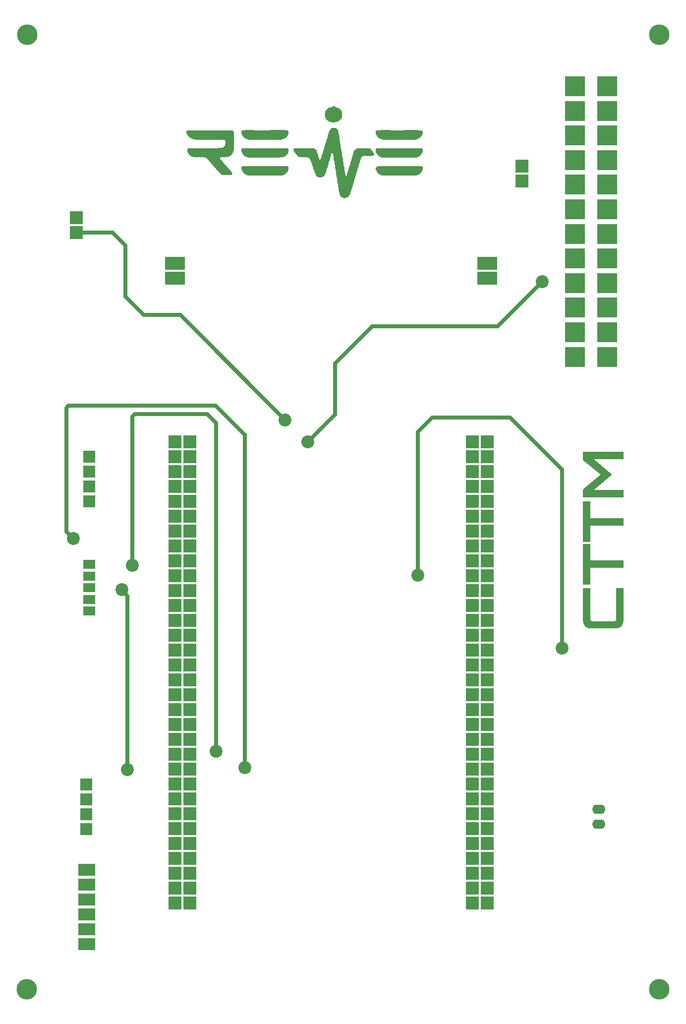
<source format=gbr>
%TF.GenerationSoftware,Altium Limited,Altium Designer,23.1.1 (15)*%
G04 Layer_Physical_Order=1*
G04 Layer_Color=255*
%FSLAX45Y45*%
%MOMM*%
%TF.SameCoordinates,E8D9828D-2704-4F52-8B6C-01FE10BD62F2*%
%TF.FilePolarity,Positive*%
%TF.FileFunction,Copper,L1,Top,Signal*%
%TF.Part,Single*%
G01*
G75*
%TA.AperFunction,Conductor*%
%ADD10C,0.70000*%
%TA.AperFunction,ComponentPad*%
%ADD11R,2.00000X1.50000*%
%ADD12R,2.00000X2.00000*%
%ADD13R,3.00000X2.00000*%
%ADD14R,3.50000X2.20000*%
%ADD15R,2.20000X2.20000*%
%ADD16O,2.25000X1.60000*%
%ADD17R,2.25000X2.20000*%
%ADD18R,3.50000X3.50000*%
%ADD19R,2.20000X2.20000*%
%TA.AperFunction,ViaPad*%
%ADD20C,3.50000*%
%ADD21C,2.20000*%
G36*
X4718583Y14967667D02*
X4750549D01*
Y14965382D01*
X4755116D01*
Y14963100D01*
X4759683D01*
Y14960817D01*
X4761966D01*
Y14958533D01*
X4764249D01*
Y14951683D01*
X4766533D01*
Y14944833D01*
X4768816D01*
Y14917433D01*
X4766533D01*
Y14910583D01*
X4764249D01*
Y14903732D01*
X4761966D01*
Y14894600D01*
X4759683D01*
Y14887750D01*
X4757399D01*
Y14883183D01*
X4755116D01*
Y14878616D01*
X4752833D01*
Y14876334D01*
X4750549D01*
Y14871767D01*
X4748266D01*
Y14869482D01*
X4745983D01*
Y14867200D01*
X4743699D01*
Y14864915D01*
X4741416D01*
Y14860350D01*
X4739133D01*
Y14855783D01*
X4736849D01*
Y14851218D01*
X4734566D01*
Y14848933D01*
X4729999D01*
Y14846651D01*
X4727716D01*
Y14844366D01*
X4723149D01*
Y14842084D01*
X4718583D01*
Y14839799D01*
X4716299D01*
Y14837517D01*
X4714016D01*
Y14835233D01*
X4709449D01*
Y14832950D01*
X4707166D01*
Y14830667D01*
X4704883D01*
Y14828383D01*
X4700316D01*
Y14826100D01*
X4695749D01*
Y14823816D01*
X4686616D01*
Y14821533D01*
X4679766D01*
Y14819250D01*
X4672916D01*
Y14816966D01*
X4666066D01*
Y14814684D01*
X4661499D01*
Y14812399D01*
X4656933D01*
Y14810117D01*
X4647799D01*
Y14807832D01*
X4602132D01*
Y14805550D01*
X4599849D01*
Y14807832D01*
X4595282D01*
Y14805550D01*
X4592999D01*
Y14807832D01*
X4588433D01*
Y14805550D01*
X4586149D01*
Y14807832D01*
X4581582D01*
Y14805550D01*
X4579299D01*
Y14807832D01*
X4574732D01*
Y14805550D01*
X4572449D01*
Y14807832D01*
X4567882D01*
Y14805550D01*
X4565599D01*
Y14807832D01*
X4561032D01*
Y14805550D01*
X4558749D01*
Y14807832D01*
X4554183D01*
Y14805550D01*
X4551899D01*
Y14807832D01*
X4547333D01*
Y14805550D01*
X4545049D01*
Y14807832D01*
X4540482D01*
Y14805550D01*
X4538199D01*
Y14807832D01*
X4533633D01*
Y14805550D01*
X4531349D01*
Y14807832D01*
X4526782D01*
Y14805550D01*
X4524499D01*
Y14807832D01*
X4519932D01*
Y14805550D01*
X4517649D01*
Y14807832D01*
X4513082D01*
Y14805550D01*
X4510799D01*
Y14807832D01*
X4506232D01*
Y14805550D01*
X4503949D01*
Y14807832D01*
X4499382D01*
Y14805550D01*
X4497099D01*
Y14807832D01*
X4492532D01*
Y14805550D01*
X4490249D01*
Y14807832D01*
X4485682D01*
Y14805550D01*
X4483399D01*
Y14807832D01*
X4478832D01*
Y14805550D01*
X4476549D01*
Y14807832D01*
X4471982D01*
Y14805550D01*
X4469699D01*
Y14807832D01*
X4465132D01*
Y14805550D01*
X4462849D01*
Y14807832D01*
X4458282D01*
Y14805550D01*
X4455999D01*
Y14807832D01*
X4451432D01*
Y14805550D01*
X4449149D01*
Y14807832D01*
X4444582D01*
Y14805550D01*
X4442299D01*
Y14807832D01*
X4437732D01*
Y14805550D01*
X4435449D01*
Y14807832D01*
X4430882D01*
Y14805550D01*
X4428599D01*
Y14807832D01*
X4424032D01*
Y14805550D01*
X4421749D01*
Y14807832D01*
X4417182D01*
Y14805550D01*
X4414899D01*
Y14807832D01*
X4410332D01*
Y14805550D01*
X4408049D01*
Y14807832D01*
X4403482D01*
Y14805550D01*
X4401199D01*
Y14807832D01*
X4396632D01*
Y14805550D01*
X4394349D01*
Y14807832D01*
X4389782D01*
Y14805550D01*
X4387499D01*
Y14807832D01*
X4382932D01*
Y14805550D01*
X4380649D01*
Y14807832D01*
X4376082D01*
Y14805550D01*
X4373799D01*
Y14807832D01*
X4369232D01*
Y14805550D01*
X4366949D01*
Y14807832D01*
X4362382D01*
Y14805550D01*
X4360099D01*
Y14807832D01*
X4355532D01*
Y14805550D01*
X4353249D01*
Y14807832D01*
X4348682D01*
Y14805550D01*
X4346399D01*
Y14807832D01*
X4341832D01*
Y14805550D01*
X4339549D01*
Y14807832D01*
X4334982D01*
Y14805550D01*
X4332699D01*
Y14807832D01*
X4328132D01*
Y14805550D01*
X4325849D01*
Y14807832D01*
X4321282D01*
Y14805550D01*
X4318999D01*
Y14807832D01*
X4314432D01*
Y14805550D01*
X4312149D01*
Y14807832D01*
X4307582D01*
Y14805550D01*
X4305299D01*
Y14807832D01*
X4300732D01*
Y14805550D01*
X4298449D01*
Y14807832D01*
X4293882D01*
Y14805550D01*
X4291599D01*
Y14807832D01*
X4287032D01*
Y14805550D01*
X4284749D01*
Y14807832D01*
X4280182D01*
Y14805550D01*
X4277899D01*
Y14807832D01*
X4273332D01*
Y14805550D01*
X4271049D01*
Y14807832D01*
X4266482D01*
Y14805550D01*
X4264199D01*
Y14807832D01*
X4259632D01*
Y14805550D01*
X4257349D01*
Y14807832D01*
X4252782D01*
Y14805550D01*
X4250499D01*
Y14807832D01*
X4245932D01*
Y14805550D01*
X4243649D01*
Y14807832D01*
X4239082D01*
Y14805550D01*
X4236799D01*
Y14807832D01*
X4232232D01*
Y14805550D01*
X4229949D01*
Y14807832D01*
X4225382D01*
Y14805550D01*
X4223099D01*
Y14807832D01*
X4218532D01*
Y14805550D01*
X4216249D01*
Y14807832D01*
X4211682D01*
Y14805550D01*
X4209399D01*
Y14807832D01*
X4204832D01*
Y14805550D01*
X4202549D01*
Y14807832D01*
X4197982D01*
Y14805550D01*
X4195699D01*
Y14807832D01*
X4191132D01*
Y14805550D01*
X4188849D01*
Y14807832D01*
X4184282D01*
Y14805550D01*
X4181999D01*
Y14807832D01*
X4177432D01*
Y14805550D01*
X4175149D01*
Y14807832D01*
X4170582D01*
Y14805550D01*
X4168299D01*
Y14807832D01*
X4163732D01*
Y14805550D01*
X4161449D01*
Y14807832D01*
X4156882D01*
Y14805550D01*
X4154599D01*
Y14807832D01*
X4150032D01*
Y14805550D01*
X4147749D01*
Y14807832D01*
X4143182D01*
Y14805550D01*
X4140899D01*
Y14807832D01*
X4136332D01*
Y14805550D01*
X4134049D01*
Y14807832D01*
X4129482D01*
Y14805550D01*
X4127199D01*
Y14807832D01*
X4120349D01*
Y14805550D01*
X4118065D01*
Y14807832D01*
X4106649D01*
Y14805550D01*
X4104365D01*
Y14807832D01*
X4102082D01*
Y14805550D01*
X4099799D01*
Y14807832D01*
X4083815D01*
Y14810117D01*
X4076965D01*
Y14812399D01*
X4067832D01*
Y14814684D01*
X4060982D01*
Y14816966D01*
X4054132D01*
Y14819250D01*
X4047282D01*
Y14821533D01*
X4040432D01*
Y14823816D01*
X4033582D01*
Y14826100D01*
X4029015D01*
Y14828383D01*
X4024448D01*
Y14830667D01*
X4022165D01*
Y14832950D01*
X4019882D01*
Y14835233D01*
X4017599D01*
Y14837517D01*
X4015315D01*
Y14839799D01*
X4010749D01*
Y14842084D01*
X4008465D01*
Y14844366D01*
X4006182D01*
Y14846651D01*
X4003899D01*
Y14848933D01*
X4001615D01*
Y14851218D01*
X3999332D01*
Y14853500D01*
X3997048D01*
Y14858067D01*
X3994765D01*
Y14860350D01*
X3992482D01*
Y14862633D01*
X3987915D01*
Y14867200D01*
X3985632D01*
Y14869482D01*
X3983349D01*
Y14874049D01*
X3981065D01*
Y14880901D01*
X3978782D01*
Y14885468D01*
X3976499D01*
Y14887750D01*
X3974215D01*
Y14892316D01*
X3971932D01*
Y14894600D01*
X3969648D01*
Y14899167D01*
X3967365D01*
Y14903732D01*
X3965082D01*
Y14910583D01*
X3962799D01*
Y14951683D01*
X3965082D01*
Y14958533D01*
X3967365D01*
Y14960817D01*
X3969648D01*
Y14963100D01*
X3974215D01*
Y14965382D01*
X3987915D01*
Y14967667D01*
X4022165D01*
Y14969949D01*
X4179715D01*
Y14967667D01*
X4453716D01*
Y14969949D01*
X4718583D01*
Y14967667D01*
D02*
G37*
G36*
X3802965Y14965382D02*
X3812098D01*
Y14963100D01*
X3814382D01*
Y14960817D01*
X3816665D01*
Y14958533D01*
X3818948D01*
Y14956250D01*
X3821232D01*
Y14951683D01*
X3823515D01*
Y14947116D01*
X3825798D01*
Y14944833D01*
X3828081D01*
Y14942551D01*
X3830365D01*
Y14940266D01*
X3832648D01*
Y14933417D01*
X3834932D01*
Y14641150D01*
X3832648D01*
Y14627451D01*
X3830365D01*
Y14618317D01*
X3828081D01*
Y14613750D01*
X3825798D01*
Y14606900D01*
X3823515D01*
Y14600050D01*
X3821232D01*
Y14593201D01*
X3818948D01*
Y14584065D01*
X3816665D01*
Y14577216D01*
X3814382D01*
Y14572650D01*
X3812098D01*
Y14570366D01*
X3809815D01*
Y14568083D01*
X3807532D01*
Y14565799D01*
X3805248D01*
Y14563516D01*
X3802965D01*
Y14561234D01*
X3800682D01*
Y14558949D01*
X3798398D01*
Y14554382D01*
X3796115D01*
Y14552100D01*
X3793832D01*
Y14547533D01*
X3791548D01*
Y14545250D01*
X3789265D01*
Y14542966D01*
X3786982D01*
Y14540683D01*
X3782415D01*
Y14538399D01*
X3777848D01*
Y14536116D01*
X3775565D01*
Y14533833D01*
X3773282D01*
Y14531551D01*
X3770998D01*
Y14529266D01*
X3766432D01*
Y14526984D01*
X3764148D01*
Y14524699D01*
X3761865D01*
Y14522417D01*
X3757298D01*
Y14520132D01*
X3750448D01*
Y14517850D01*
X3741315D01*
Y14515565D01*
X3727615D01*
Y14513283D01*
X3704782D01*
Y14511000D01*
X3693365D01*
Y14508716D01*
X3684231D01*
Y14506433D01*
X3608881D01*
Y14504150D01*
X3602031D01*
Y14501866D01*
X3599748D01*
Y14499583D01*
X3597465D01*
Y14495016D01*
X3595181D01*
Y14483598D01*
X3597465D01*
Y14479033D01*
X3599748D01*
Y14476749D01*
X3602031D01*
Y14474466D01*
X3604315D01*
Y14472183D01*
X3606598D01*
Y14469899D01*
X3608881D01*
Y14467616D01*
X3611165D01*
Y14463049D01*
X3613448D01*
Y14460767D01*
X3615731D01*
Y14458482D01*
X3618015D01*
Y14456200D01*
X3620298D01*
Y14453915D01*
X3622581D01*
Y14451633D01*
X3624865D01*
Y14449348D01*
X3627148D01*
Y14447066D01*
X3629431D01*
Y14444783D01*
X3631715D01*
Y14440216D01*
X3633998D01*
Y14437933D01*
X3636282D01*
Y14433366D01*
X3638565D01*
Y14431084D01*
X3643131D01*
Y14428799D01*
X3645415D01*
Y14426517D01*
X3647698D01*
Y14424232D01*
X3649982D01*
Y14419666D01*
X3652265D01*
Y14417383D01*
X3654548D01*
Y14415099D01*
X3656832D01*
Y14412816D01*
X3659115D01*
Y14410533D01*
X3661398D01*
Y14408249D01*
X3663682D01*
Y14405966D01*
X3665965D01*
Y14403683D01*
X3668248D01*
Y14401399D01*
X3670532D01*
Y14396832D01*
X3672815D01*
Y14394550D01*
X3675098D01*
Y14389983D01*
X3677382D01*
Y14387698D01*
X3679665D01*
Y14383133D01*
X3681948D01*
Y14380850D01*
X3684231D01*
Y14378566D01*
X3686515D01*
Y14376282D01*
X3691082D01*
Y14373999D01*
X3693365D01*
Y14371716D01*
X3695648D01*
Y14367149D01*
X3697931D01*
Y14364867D01*
X3700215D01*
Y14360300D01*
X3702498D01*
Y14358015D01*
X3704782D01*
Y14355733D01*
X3709348D01*
Y14353450D01*
X3711631D01*
Y14348883D01*
X3713915D01*
Y14346599D01*
X3716198D01*
Y14342033D01*
X3718482D01*
Y14339749D01*
X3720765D01*
Y14337466D01*
X3723048D01*
Y14335184D01*
X3725332D01*
Y14332899D01*
X3729898D01*
Y14330617D01*
X3732182D01*
Y14328333D01*
X3734465D01*
Y14326048D01*
X3736748D01*
Y14321483D01*
X3739031D01*
Y14319199D01*
X3741315D01*
Y14314633D01*
X3743598D01*
Y14312349D01*
X3748165D01*
Y14310066D01*
X3750448D01*
Y14307784D01*
X3752732D01*
Y14303217D01*
X3755015D01*
Y14298650D01*
X3757298D01*
Y14296365D01*
X3759582D01*
Y14294083D01*
X3761865D01*
Y14291798D01*
X3766432D01*
Y14289516D01*
X3768715D01*
Y14287233D01*
X3770998D01*
Y14284949D01*
X3773282D01*
Y14282666D01*
X3775565D01*
Y14278099D01*
X3777848D01*
Y14273534D01*
X3780132D01*
Y14271249D01*
X3782415D01*
Y14268967D01*
X3784698D01*
Y14266682D01*
X3786982D01*
Y14264400D01*
X3789265D01*
Y14262115D01*
X3791548D01*
Y14257549D01*
X3793832D01*
Y14255266D01*
X3796115D01*
Y14250699D01*
X3798398D01*
Y14248416D01*
X3800682D01*
Y14243849D01*
X3802965D01*
Y14237000D01*
X3805248D01*
Y14221016D01*
X3802965D01*
Y14216449D01*
X3800682D01*
Y14214166D01*
X3798398D01*
Y14211884D01*
X3796115D01*
Y14209599D01*
X3791548D01*
Y14207317D01*
X3745882D01*
Y14205032D01*
X3743598D01*
Y14207317D01*
X3741315D01*
Y14205032D01*
X3732182D01*
Y14202750D01*
X3720765D01*
Y14200465D01*
X3700215D01*
Y14202750D01*
X3693365D01*
Y14205032D01*
X3681948D01*
Y14207317D01*
X3679665D01*
Y14205032D01*
X3677382D01*
Y14207317D01*
X3638565D01*
Y14209599D01*
X3629431D01*
Y14211884D01*
X3622581D01*
Y14214166D01*
X3618015D01*
Y14216449D01*
X3615731D01*
Y14218732D01*
X3613448D01*
Y14221016D01*
X3611165D01*
Y14223299D01*
X3608881D01*
Y14225581D01*
X3606598D01*
Y14227866D01*
X3602031D01*
Y14230148D01*
X3597465D01*
Y14232433D01*
X3595181D01*
Y14234715D01*
X3592898D01*
Y14239282D01*
X3590615D01*
Y14241566D01*
X3588331D01*
Y14246133D01*
X3586048D01*
Y14248416D01*
X3581481D01*
Y14250699D01*
X3579198D01*
Y14252983D01*
X3576915D01*
Y14255266D01*
X3574632D01*
Y14257549D01*
X3572348D01*
Y14259833D01*
X3570065D01*
Y14264400D01*
X3567781D01*
Y14266682D01*
X3565498D01*
Y14268967D01*
X3560931D01*
Y14271249D01*
X3558648D01*
Y14273534D01*
X3556365D01*
Y14275816D01*
X3554081D01*
Y14280383D01*
X3551798D01*
Y14284949D01*
X3549515D01*
Y14287233D01*
X3547231D01*
Y14289516D01*
X3544948D01*
Y14291798D01*
X3542665D01*
Y14294083D01*
X3540381D01*
Y14296365D01*
X3538098D01*
Y14298650D01*
X3535815D01*
Y14300932D01*
X3533531D01*
Y14303217D01*
X3531248D01*
Y14307784D01*
X3528965D01*
Y14310066D01*
X3526682D01*
Y14312349D01*
X3522115D01*
Y14314633D01*
X3519831D01*
Y14316916D01*
X3517548D01*
Y14319199D01*
X3515265D01*
Y14321483D01*
X3512981D01*
Y14326048D01*
X3510698D01*
Y14330617D01*
X3508415D01*
Y14332899D01*
X3506131D01*
Y14335184D01*
X3503848D01*
Y14337466D01*
X3501565D01*
Y14339749D01*
X3499282D01*
Y14342033D01*
X3496998D01*
Y14344316D01*
X3494715D01*
Y14346599D01*
X3492431D01*
Y14351166D01*
X3490148D01*
Y14353450D01*
X3487865D01*
Y14355733D01*
X3485581D01*
Y14358015D01*
X3483298D01*
Y14360300D01*
X3481015D01*
Y14362582D01*
X3478731D01*
Y14364867D01*
X3476448D01*
Y14367149D01*
X3474165D01*
Y14369434D01*
X3471881D01*
Y14373999D01*
X3469598D01*
Y14376282D01*
X3467314D01*
Y14380850D01*
X3465031D01*
Y14383133D01*
X3462748D01*
Y14385416D01*
X3460465D01*
Y14387698D01*
X3458181D01*
Y14389983D01*
X3455898D01*
Y14392265D01*
X3453615D01*
Y14394550D01*
X3451331D01*
Y14396832D01*
X3449048D01*
Y14399117D01*
X3446765D01*
Y14403683D01*
X3444481D01*
Y14405966D01*
X3442198D01*
Y14408249D01*
X3439915D01*
Y14410533D01*
X3437631D01*
Y14412816D01*
X3435348D01*
Y14415099D01*
X3433065D01*
Y14417383D01*
X3430781D01*
Y14421948D01*
X3428498D01*
Y14424232D01*
X3426215D01*
Y14428799D01*
X3423931D01*
Y14431084D01*
X3421648D01*
Y14433366D01*
X3417081D01*
Y14435649D01*
X3414798D01*
Y14437933D01*
X3412515D01*
Y14440216D01*
X3410231D01*
Y14442499D01*
X3407948D01*
Y14447066D01*
X3405665D01*
Y14451633D01*
X3403381D01*
Y14453915D01*
X3401098D01*
Y14456200D01*
X3396531D01*
Y14458482D01*
X3394248D01*
Y14460767D01*
X3391965D01*
Y14465334D01*
X3389681D01*
Y14467616D01*
X3387398D01*
Y14472183D01*
X3385115D01*
Y14474466D01*
X3382831D01*
Y14476749D01*
X3380548D01*
Y14479033D01*
X3378264D01*
Y14481316D01*
X3375981D01*
Y14483598D01*
X3373698D01*
Y14485883D01*
X3371414D01*
Y14488165D01*
X3369131D01*
Y14490450D01*
X3366848D01*
Y14492732D01*
X3364565D01*
Y14495016D01*
X3359998D01*
Y14497299D01*
X3353148D01*
Y14499583D01*
X3346298D01*
Y14501866D01*
X3341731D01*
Y14504150D01*
X3332598D01*
Y14506433D01*
X3152214D01*
Y14508716D01*
X3145364D01*
Y14511000D01*
X3138514D01*
Y14513283D01*
X3129381D01*
Y14515565D01*
X3120248D01*
Y14517850D01*
X3111114D01*
Y14520132D01*
X3106548D01*
Y14522417D01*
X3104264D01*
Y14524699D01*
X3101981D01*
Y14526984D01*
X3099698D01*
Y14529266D01*
X3097414D01*
Y14531551D01*
X3092848D01*
Y14533833D01*
X3090564D01*
Y14536116D01*
X3085998D01*
Y14538399D01*
X3083714D01*
Y14540683D01*
X3079148D01*
Y14545250D01*
X3076864D01*
Y14547533D01*
X3074581D01*
Y14549815D01*
X3072297D01*
Y14552100D01*
X3070014D01*
Y14554382D01*
X3067731D01*
Y14556667D01*
X3065448D01*
Y14558949D01*
X3063164D01*
Y14563516D01*
X3060881D01*
Y14568083D01*
X3058597D01*
Y14574933D01*
X3056314D01*
Y14577216D01*
X3054031D01*
Y14581783D01*
X3051748D01*
Y14584065D01*
X3049464D01*
Y14586349D01*
X3047181D01*
Y14588634D01*
X3044897D01*
Y14593201D01*
X3042614D01*
Y14600050D01*
X3040331D01*
Y14606900D01*
X3038048D01*
Y14618317D01*
X3035764D01*
Y14638866D01*
X3038048D01*
Y14645715D01*
X3040331D01*
Y14652567D01*
X3042614D01*
Y14654849D01*
X3044897D01*
Y14657133D01*
X3047181D01*
Y14659416D01*
X3051748D01*
Y14661700D01*
X3065448D01*
Y14663983D01*
X3067731D01*
Y14661700D01*
X3070014D01*
Y14663983D01*
X3572348D01*
Y14666266D01*
X3581481D01*
Y14668550D01*
X3597465D01*
Y14670833D01*
X3599748D01*
Y14668550D01*
X3602031D01*
Y14670833D01*
X3606598D01*
Y14668550D01*
X3608881D01*
Y14670833D01*
X3611165D01*
Y14668550D01*
X3613448D01*
Y14670833D01*
X3618015D01*
Y14668550D01*
X3620298D01*
Y14670833D01*
X3633998D01*
Y14673116D01*
X3643131D01*
Y14675400D01*
X3647698D01*
Y14677682D01*
X3652265D01*
Y14679967D01*
X3656832D01*
Y14682249D01*
X3659115D01*
Y14684534D01*
X3663682D01*
Y14686816D01*
X3665965D01*
Y14689101D01*
X3668248D01*
Y14691383D01*
X3670532D01*
Y14695950D01*
X3672815D01*
Y14698233D01*
X3675098D01*
Y14702800D01*
X3677382D01*
Y14707365D01*
X3679665D01*
Y14711932D01*
X3681948D01*
Y14721066D01*
X3684231D01*
Y14730200D01*
X3686515D01*
Y14737050D01*
X3688798D01*
Y14743900D01*
X3691082D01*
Y14769016D01*
X3688798D01*
Y14775867D01*
X3686515D01*
Y14780434D01*
X3684231D01*
Y14785001D01*
X3681948D01*
Y14789566D01*
X3679665D01*
Y14794133D01*
X3677382D01*
Y14798700D01*
X3675098D01*
Y14800983D01*
X3672815D01*
Y14803267D01*
X3668248D01*
Y14805550D01*
X3659115D01*
Y14807832D01*
X3654548D01*
Y14805550D01*
X3652265D01*
Y14807832D01*
X3647698D01*
Y14805550D01*
X3645415D01*
Y14807832D01*
X3624865D01*
Y14805550D01*
X3622581D01*
Y14807832D01*
X3618015D01*
Y14805550D01*
X3615731D01*
Y14807832D01*
X3611165D01*
Y14805550D01*
X3608881D01*
Y14807832D01*
X3604315D01*
Y14805550D01*
X3602031D01*
Y14807832D01*
X3597465D01*
Y14805550D01*
X3595181D01*
Y14807832D01*
X3590615D01*
Y14805550D01*
X3588331D01*
Y14807832D01*
X3583765D01*
Y14805550D01*
X3581481D01*
Y14807832D01*
X3576915D01*
Y14805550D01*
X3574632D01*
Y14807832D01*
X3570065D01*
Y14805550D01*
X3567781D01*
Y14807832D01*
X3563215D01*
Y14805550D01*
X3560931D01*
Y14807832D01*
X3556365D01*
Y14805550D01*
X3554081D01*
Y14807832D01*
X3549515D01*
Y14805550D01*
X3547231D01*
Y14807832D01*
X3542665D01*
Y14805550D01*
X3540381D01*
Y14807832D01*
X3535815D01*
Y14805550D01*
X3533531D01*
Y14807832D01*
X3528965D01*
Y14805550D01*
X3526682D01*
Y14807832D01*
X3522115D01*
Y14805550D01*
X3519831D01*
Y14807832D01*
X3515265D01*
Y14805550D01*
X3512981D01*
Y14807832D01*
X3508415D01*
Y14805550D01*
X3506131D01*
Y14807832D01*
X3501565D01*
Y14805550D01*
X3499282D01*
Y14807832D01*
X3494715D01*
Y14805550D01*
X3492431D01*
Y14807832D01*
X3487865D01*
Y14805550D01*
X3485581D01*
Y14807832D01*
X3481015D01*
Y14805550D01*
X3478731D01*
Y14807832D01*
X3474165D01*
Y14805550D01*
X3471881D01*
Y14807832D01*
X3467314D01*
Y14805550D01*
X3465031D01*
Y14807832D01*
X3460465D01*
Y14805550D01*
X3458181D01*
Y14807832D01*
X3453615D01*
Y14805550D01*
X3451331D01*
Y14807832D01*
X3446765D01*
Y14805550D01*
X3444481D01*
Y14807832D01*
X3439915D01*
Y14805550D01*
X3437631D01*
Y14807832D01*
X3433065D01*
Y14805550D01*
X3430781D01*
Y14807832D01*
X3426215D01*
Y14805550D01*
X3423931D01*
Y14807832D01*
X3419365D01*
Y14805550D01*
X3417081D01*
Y14807832D01*
X3412515D01*
Y14805550D01*
X3410231D01*
Y14807832D01*
X3405665D01*
Y14805550D01*
X3403381D01*
Y14807832D01*
X3398815D01*
Y14805550D01*
X3396531D01*
Y14807832D01*
X3391965D01*
Y14805550D01*
X3389681D01*
Y14807832D01*
X3385115D01*
Y14805550D01*
X3382831D01*
Y14807832D01*
X3378264D01*
Y14805550D01*
X3375981D01*
Y14807832D01*
X3371414D01*
Y14805550D01*
X3369131D01*
Y14807832D01*
X3364565D01*
Y14805550D01*
X3362281D01*
Y14807832D01*
X3357715D01*
Y14805550D01*
X3355431D01*
Y14807832D01*
X3350865D01*
Y14805550D01*
X3348581D01*
Y14807832D01*
X3344014D01*
Y14805550D01*
X3341731D01*
Y14807832D01*
X3337165D01*
Y14805550D01*
X3334881D01*
Y14807832D01*
X3330315D01*
Y14805550D01*
X3328031D01*
Y14807832D01*
X3323465D01*
Y14805550D01*
X3321181D01*
Y14807832D01*
X3316614D01*
Y14805550D01*
X3314331D01*
Y14807832D01*
X3309765D01*
Y14805550D01*
X3307481D01*
Y14807832D01*
X3302914D01*
Y14805550D01*
X3300631D01*
Y14807832D01*
X3296065D01*
Y14805550D01*
X3293781D01*
Y14807832D01*
X3289214D01*
Y14805550D01*
X3286931D01*
Y14807832D01*
X3282365D01*
Y14805550D01*
X3280081D01*
Y14807832D01*
X3275514D01*
Y14805550D01*
X3273231D01*
Y14807832D01*
X3268664D01*
Y14805550D01*
X3266381D01*
Y14807832D01*
X3261814D01*
Y14805550D01*
X3259531D01*
Y14807832D01*
X3254965D01*
Y14805550D01*
X3252681D01*
Y14807832D01*
X3248114D01*
Y14805550D01*
X3245831D01*
Y14807832D01*
X3241265D01*
Y14805550D01*
X3238981D01*
Y14807832D01*
X3234414D01*
Y14805550D01*
X3232131D01*
Y14807832D01*
X3227564D01*
Y14805550D01*
X3225281D01*
Y14807832D01*
X3170481D01*
Y14810117D01*
X3161348D01*
Y14812399D01*
X3154498D01*
Y14814684D01*
X3147648D01*
Y14816966D01*
X3140798D01*
Y14819250D01*
X3133948D01*
Y14821533D01*
X3124814D01*
Y14823816D01*
X3113398D01*
Y14826100D01*
X3106548D01*
Y14828383D01*
X3104264D01*
Y14830667D01*
X3099698D01*
Y14832950D01*
X3097414D01*
Y14835233D01*
X3095131D01*
Y14837517D01*
X3092848D01*
Y14839799D01*
X3088281D01*
Y14842084D01*
X3083714D01*
Y14844366D01*
X3079148D01*
Y14846651D01*
X3076864D01*
Y14848933D01*
X3072297D01*
Y14851218D01*
X3070014D01*
Y14853500D01*
X3067731D01*
Y14855783D01*
X3065448D01*
Y14858067D01*
X3063164D01*
Y14860350D01*
X3060881D01*
Y14862633D01*
X3058597D01*
Y14864915D01*
X3056314D01*
Y14867200D01*
X3054031D01*
Y14869482D01*
X3051748D01*
Y14871767D01*
X3049464D01*
Y14874049D01*
X3047181D01*
Y14876334D01*
X3044897D01*
Y14880901D01*
X3042614D01*
Y14885468D01*
X3040331D01*
Y14890033D01*
X3038048D01*
Y14894600D01*
X3035764D01*
Y14901450D01*
X3033481D01*
Y14903732D01*
X3031197D01*
Y14908299D01*
X3028914D01*
Y14910583D01*
X3026631D01*
Y14915150D01*
X3024348D01*
Y14919717D01*
X3022064D01*
Y14928850D01*
X3019781D01*
Y14942551D01*
X3022064D01*
Y14949400D01*
X3024348D01*
Y14953967D01*
X3026631D01*
Y14956250D01*
X3028914D01*
Y14958533D01*
X3031197D01*
Y14960817D01*
X3035764D01*
Y14963100D01*
X3040331D01*
Y14965382D01*
X3049464D01*
Y14967667D01*
X3802965D01*
Y14965382D01*
D02*
G37*
G36*
X4647799Y14661700D02*
X4663782D01*
Y14659416D01*
X4755116D01*
Y14657133D01*
X4757399D01*
Y14654849D01*
X4761966D01*
Y14650282D01*
X4764249D01*
Y14645715D01*
X4766533D01*
Y14636583D01*
X4768816D01*
Y14611465D01*
X4766533D01*
Y14604616D01*
X4764249D01*
Y14597766D01*
X4761966D01*
Y14588634D01*
X4759683D01*
Y14579500D01*
X4757399D01*
Y14574933D01*
X4755116D01*
Y14570366D01*
X4752833D01*
Y14565799D01*
X4750549D01*
Y14563516D01*
X4748266D01*
Y14561234D01*
X4745983D01*
Y14558949D01*
X4743699D01*
Y14556667D01*
X4741416D01*
Y14552100D01*
X4739133D01*
Y14549815D01*
X4736849D01*
Y14545250D01*
X4734566D01*
Y14542966D01*
X4732283D01*
Y14540683D01*
X4729999D01*
Y14538399D01*
X4725433D01*
Y14536116D01*
X4723149D01*
Y14533833D01*
X4720866D01*
Y14531551D01*
X4718583D01*
Y14529266D01*
X4716299D01*
Y14526984D01*
X4714016D01*
Y14524699D01*
X4711733D01*
Y14522417D01*
X4709449D01*
Y14520132D01*
X4704883D01*
Y14517850D01*
X4695749D01*
Y14515565D01*
X4686616D01*
Y14513283D01*
X4677482D01*
Y14511000D01*
X4668349D01*
Y14508716D01*
X4652366D01*
Y14506433D01*
X4618116D01*
Y14504150D01*
X4606699D01*
Y14501866D01*
X4590716D01*
Y14499583D01*
X4090665D01*
Y14501866D01*
X4079249D01*
Y14504150D01*
X4072399D01*
Y14506433D01*
X4065549D01*
Y14508716D01*
X4058699D01*
Y14511000D01*
X4051849D01*
Y14513283D01*
X4042715D01*
Y14515565D01*
X4035865D01*
Y14517850D01*
X4029015D01*
Y14520132D01*
X4024448D01*
Y14522417D01*
X4022165D01*
Y14524699D01*
X4019882D01*
Y14526984D01*
X4017599D01*
Y14529266D01*
X4015315D01*
Y14531551D01*
X4013032D01*
Y14533833D01*
X4008465D01*
Y14536116D01*
X4006182D01*
Y14538399D01*
X4003899D01*
Y14540683D01*
X4001615D01*
Y14542966D01*
X3999332D01*
Y14545250D01*
X3997048D01*
Y14547533D01*
X3994765D01*
Y14549815D01*
X3992482D01*
Y14552100D01*
X3990199D01*
Y14554382D01*
X3987915D01*
Y14558949D01*
X3985632D01*
Y14561234D01*
X3983349D01*
Y14565799D01*
X3981065D01*
Y14572650D01*
X3978782D01*
Y14577216D01*
X3976499D01*
Y14581783D01*
X3974215D01*
Y14584065D01*
X3971932D01*
Y14586349D01*
X3969648D01*
Y14590916D01*
X3967365D01*
Y14597766D01*
X3965082D01*
Y14609183D01*
X3962799D01*
Y14645715D01*
X3965082D01*
Y14650282D01*
X3967365D01*
Y14654849D01*
X3971932D01*
Y14657133D01*
X3978782D01*
Y14659416D01*
X4001615D01*
Y14661700D01*
X4026732D01*
Y14663983D01*
X4079249D01*
Y14661700D01*
X4129482D01*
Y14663983D01*
X4341832D01*
Y14661700D01*
X4355532D01*
Y14659416D01*
X4442299D01*
Y14661700D01*
X4460566D01*
Y14663983D01*
X4647799D01*
Y14661700D01*
D02*
G37*
G36*
X4745983Y14353450D02*
X4755116D01*
Y14351166D01*
X4757399D01*
Y14348883D01*
X4759683D01*
Y14346599D01*
X4761966D01*
Y14344316D01*
X4764249D01*
Y14337466D01*
X4766533D01*
Y14330617D01*
X4768816D01*
Y14319199D01*
Y14316916D01*
Y14310066D01*
X4766533D01*
Y14300932D01*
X4764249D01*
Y14294083D01*
X4761966D01*
Y14287233D01*
X4759683D01*
Y14278099D01*
X4757399D01*
Y14271249D01*
X4755116D01*
Y14266682D01*
X4752833D01*
Y14264400D01*
X4750549D01*
Y14262115D01*
X4748266D01*
Y14259833D01*
X4745983D01*
Y14257549D01*
X4743699D01*
Y14252983D01*
X4741416D01*
Y14250699D01*
X4739133D01*
Y14248416D01*
X4736849D01*
Y14243849D01*
X4734566D01*
Y14241566D01*
X4732283D01*
Y14239282D01*
X4729999D01*
Y14237000D01*
X4727716D01*
Y14234715D01*
X4725433D01*
Y14232433D01*
X4720866D01*
Y14230148D01*
X4718583D01*
Y14227866D01*
X4716299D01*
Y14225581D01*
X4714016D01*
Y14223299D01*
X4711733D01*
Y14221016D01*
X4709449D01*
Y14218732D01*
X4707166D01*
Y14216449D01*
X4704883D01*
Y14214166D01*
X4700316D01*
Y14211884D01*
X4693466D01*
Y14209599D01*
X4686616D01*
Y14207317D01*
X4679766D01*
Y14205032D01*
X4675199D01*
Y14202750D01*
X4670633D01*
Y14200465D01*
X4666066D01*
Y14198183D01*
X4661499D01*
Y14195898D01*
X4654649D01*
Y14193616D01*
X4081532D01*
Y14195898D01*
X4070115D01*
Y14198183D01*
X4065549D01*
Y14200465D01*
X4058699D01*
Y14202750D01*
X4054132D01*
Y14205032D01*
X4049565D01*
Y14207317D01*
X4042715D01*
Y14209599D01*
X4035865D01*
Y14211884D01*
X4031299D01*
Y14214166D01*
X4026732D01*
Y14216449D01*
X4024448D01*
Y14218732D01*
X4022165D01*
Y14221016D01*
X4019882D01*
Y14223299D01*
X4017599D01*
Y14225581D01*
X4015315D01*
Y14227866D01*
X4010749D01*
Y14230148D01*
X4008465D01*
Y14232433D01*
X4006182D01*
Y14234715D01*
X4003899D01*
Y14237000D01*
X4001615D01*
Y14239282D01*
X3999332D01*
Y14243849D01*
X3997048D01*
Y14246133D01*
X3994765D01*
Y14248416D01*
X3992482D01*
Y14250699D01*
X3987915D01*
Y14252983D01*
X3985632D01*
Y14257549D01*
X3983349D01*
Y14262115D01*
X3981065D01*
Y14266682D01*
X3978782D01*
Y14273534D01*
X3976499D01*
Y14275816D01*
X3974215D01*
Y14280383D01*
X3971932D01*
Y14284949D01*
X3969648D01*
Y14287233D01*
X3967365D01*
Y14294083D01*
X3965082D01*
Y14303217D01*
X3962799D01*
Y14342033D01*
X3965082D01*
Y14346599D01*
X3967365D01*
Y14348883D01*
X3971932D01*
Y14351166D01*
X3978782D01*
Y14353450D01*
X3987915D01*
Y14355733D01*
X4745983D01*
Y14353450D01*
D02*
G37*
G36*
X5552000Y15374100D02*
X5554284D01*
Y15371817D01*
X5556567D01*
Y15369534D01*
X5558850D01*
Y15364967D01*
X5561133D01*
Y15367250D01*
X5563417D01*
Y15364967D01*
X5565700D01*
Y15362685D01*
X5572550D01*
Y15360400D01*
X5581684D01*
Y15358118D01*
X5590817D01*
Y15355833D01*
X5602233D01*
Y15353551D01*
X5611367D01*
Y15351266D01*
X5615933D01*
Y15348984D01*
X5620500D01*
Y15346700D01*
X5622783D01*
Y15344417D01*
X5625067D01*
Y15342133D01*
X5627350D01*
Y15339850D01*
X5631917D01*
Y15337567D01*
X5634200D01*
Y15335284D01*
X5638767D01*
Y15333000D01*
X5643333D01*
Y15330717D01*
X5645617D01*
Y15328435D01*
X5650184D01*
Y15326151D01*
X5652467D01*
Y15321584D01*
X5654750D01*
Y15319299D01*
X5657034D01*
Y15314734D01*
X5659317D01*
Y15312450D01*
X5661600D01*
Y15307884D01*
X5663884D01*
Y15303317D01*
X5666167D01*
Y15301035D01*
X5668450D01*
Y15298750D01*
X5670734D01*
Y15294183D01*
X5673017D01*
Y15291901D01*
X5675300D01*
Y15287334D01*
X5677584D01*
Y15280484D01*
X5679867D01*
Y15262218D01*
X5682150D01*
Y15250800D01*
X5684434D01*
Y15230251D01*
X5682150D01*
Y15205133D01*
X5679867D01*
Y15186867D01*
X5677584D01*
Y15177734D01*
X5675300D01*
Y15175450D01*
X5673017D01*
Y15173167D01*
X5670734D01*
Y15170883D01*
X5668450D01*
Y15166318D01*
X5666167D01*
Y15164034D01*
X5663884D01*
Y15161749D01*
X5661600D01*
Y15157182D01*
X5659317D01*
Y15154900D01*
X5657034D01*
Y15152617D01*
X5654750D01*
Y15150334D01*
X5652467D01*
Y15148050D01*
X5650184D01*
Y15145767D01*
X5647900D01*
Y15143484D01*
X5645617D01*
Y15141200D01*
X5643333D01*
Y15138918D01*
X5641050D01*
Y15136633D01*
X5638767D01*
Y15134351D01*
X5636483D01*
Y15132066D01*
X5631917D01*
Y15129784D01*
X5627350D01*
Y15127499D01*
X5622783D01*
Y15125217D01*
X5620500D01*
Y15122932D01*
X5618217D01*
Y15120650D01*
X5615933D01*
Y15118367D01*
X5611367D01*
Y15116083D01*
X5606800D01*
Y15113800D01*
X5597667D01*
Y15111517D01*
X5586250D01*
Y15109233D01*
X5570267D01*
Y15106950D01*
X5558850D01*
Y15104668D01*
X5549717D01*
Y15102383D01*
X5540584D01*
Y15104668D01*
X5538300D01*
Y15102383D01*
X5536017D01*
Y15104668D01*
X5533733D01*
Y15102383D01*
X5531450D01*
Y15104668D01*
X5529167D01*
Y15102383D01*
X5524600D01*
Y15104668D01*
X5522317D01*
Y15102383D01*
X5520033D01*
Y15104668D01*
X5517750D01*
Y15102383D01*
X5515467D01*
Y15104668D01*
X5504050D01*
Y15106950D01*
X5494917D01*
Y15109233D01*
X5483500D01*
Y15111517D01*
X5469800D01*
Y15113800D01*
X5462950D01*
Y15116083D01*
X5460666D01*
Y15118367D01*
X5458383D01*
Y15120650D01*
X5456100D01*
Y15122932D01*
X5453817D01*
Y15125217D01*
X5451533D01*
Y15127499D01*
X5446967D01*
Y15129784D01*
X5442400D01*
Y15132066D01*
X5437833D01*
Y15134351D01*
X5433267D01*
Y15136633D01*
X5430983D01*
Y15138918D01*
X5426417D01*
Y15141200D01*
X5424133D01*
Y15143484D01*
X5421850D01*
Y15148050D01*
X5419567D01*
Y15150334D01*
X5417283D01*
Y15152617D01*
X5415000D01*
Y15154900D01*
X5412717D01*
Y15159467D01*
X5410433D01*
Y15161749D01*
X5408150D01*
Y15164034D01*
X5405867D01*
Y15166318D01*
X5403583D01*
Y15170883D01*
X5401300D01*
Y15173167D01*
X5399017D01*
Y15177734D01*
X5396733D01*
Y15189149D01*
X5394450D01*
Y15200568D01*
X5392167D01*
Y15209700D01*
X5389883D01*
Y15218834D01*
X5387600D01*
Y15248517D01*
X5389883D01*
Y15259933D01*
X5392167D01*
Y15271350D01*
X5394450D01*
Y15285049D01*
X5396733D01*
Y15291901D01*
X5399017D01*
Y15296468D01*
X5401300D01*
Y15301035D01*
X5403583D01*
Y15303317D01*
X5405867D01*
Y15305600D01*
X5408150D01*
Y15307884D01*
X5410433D01*
Y15312450D01*
X5412717D01*
Y15314734D01*
X5415000D01*
Y15319299D01*
X5417283D01*
Y15323866D01*
X5419567D01*
Y15328435D01*
X5424133D01*
Y15330717D01*
X5426417D01*
Y15333000D01*
X5430983D01*
Y15335284D01*
X5435550D01*
Y15337567D01*
X5440117D01*
Y15339850D01*
X5444683D01*
Y15342133D01*
X5446967D01*
Y15344417D01*
X5449250D01*
Y15346700D01*
X5451533D01*
Y15348984D01*
X5456100D01*
Y15351266D01*
X5460666D01*
Y15353551D01*
X5469800D01*
Y15355833D01*
X5478933D01*
Y15358118D01*
X5488067D01*
Y15360400D01*
X5497200D01*
Y15362685D01*
X5499484D01*
Y15360400D01*
X5501767D01*
Y15362685D01*
X5508617D01*
Y15364967D01*
X5510900D01*
Y15367250D01*
X5515467D01*
Y15371817D01*
X5517750D01*
Y15376384D01*
X5552000D01*
Y15374100D01*
D02*
G37*
G36*
X6976801Y14967667D02*
X7027035D01*
Y14965382D01*
X7029318D01*
Y14967667D01*
X7031602D01*
Y14965382D01*
X7045302D01*
Y14963100D01*
X7047585D01*
Y14960817D01*
X7049868D01*
Y14958533D01*
X7052152D01*
Y14953967D01*
X7054435D01*
Y14949400D01*
X7056718D01*
Y14944833D01*
X7059002D01*
Y14940266D01*
X7061285D01*
Y14922000D01*
X7059002D01*
Y14912868D01*
X7056718D01*
Y14906017D01*
X7054435D01*
Y14896883D01*
X7052152D01*
Y14887750D01*
X7049868D01*
Y14883183D01*
X7047585D01*
Y14880901D01*
X7045302D01*
Y14876334D01*
X7043018D01*
Y14874049D01*
X7040735D01*
Y14871767D01*
X7038452D01*
Y14869482D01*
X7036168D01*
Y14867200D01*
X7033885D01*
Y14864915D01*
X7031602D01*
Y14860350D01*
X7029318D01*
Y14858067D01*
X7027035D01*
Y14855783D01*
X7024752D01*
Y14853500D01*
X7022468D01*
Y14851218D01*
X7020185D01*
Y14848933D01*
X7017902D01*
Y14846651D01*
X7015618D01*
Y14844366D01*
X7011052D01*
Y14842084D01*
X7008768D01*
Y14839799D01*
X7006485D01*
Y14837517D01*
X7004201D01*
Y14835233D01*
X7001918D01*
Y14832950D01*
X6999635D01*
Y14830667D01*
X6995068D01*
Y14828383D01*
X6992785D01*
Y14826100D01*
X6988218D01*
Y14823816D01*
X6981368D01*
Y14821533D01*
X6972235D01*
Y14819250D01*
X6965385D01*
Y14816966D01*
X6958535D01*
Y14814684D01*
X6953968D01*
Y14812399D01*
X6949401D01*
Y14810117D01*
X6942552D01*
Y14807832D01*
X6896885D01*
Y14805550D01*
X6894601D01*
Y14807832D01*
X6890035D01*
Y14805550D01*
X6887752D01*
Y14807832D01*
X6883185D01*
Y14805550D01*
X6880901D01*
Y14807832D01*
X6876335D01*
Y14805550D01*
X6874051D01*
Y14807832D01*
X6869485D01*
Y14805550D01*
X6867201D01*
Y14807832D01*
X6862635D01*
Y14805550D01*
X6860352D01*
Y14807832D01*
X6855785D01*
Y14805550D01*
X6853501D01*
Y14807832D01*
X6848934D01*
Y14805550D01*
X6846651D01*
Y14807832D01*
X6842085D01*
Y14805550D01*
X6839801D01*
Y14807832D01*
X6835234D01*
Y14805550D01*
X6832952D01*
Y14807832D01*
X6828385D01*
Y14805550D01*
X6826101D01*
Y14807832D01*
X6821535D01*
Y14805550D01*
X6819251D01*
Y14807832D01*
X6814685D01*
Y14805550D01*
X6812402D01*
Y14807832D01*
X6807835D01*
Y14805550D01*
X6805552D01*
Y14807832D01*
X6800985D01*
Y14805550D01*
X6798701D01*
Y14807832D01*
X6794135D01*
Y14805550D01*
X6791851D01*
Y14807832D01*
X6787285D01*
Y14805550D01*
X6785001D01*
Y14807832D01*
X6780435D01*
Y14805550D01*
X6778151D01*
Y14807832D01*
X6773585D01*
Y14805550D01*
X6771301D01*
Y14807832D01*
X6766734D01*
Y14805550D01*
X6764451D01*
Y14807832D01*
X6759885D01*
Y14805550D01*
X6757601D01*
Y14807832D01*
X6753035D01*
Y14805550D01*
X6750751D01*
Y14807832D01*
X6746185D01*
Y14805550D01*
X6743901D01*
Y14807832D01*
X6739335D01*
Y14805550D01*
X6737051D01*
Y14807832D01*
X6732485D01*
Y14805550D01*
X6730201D01*
Y14807832D01*
X6725635D01*
Y14805550D01*
X6723351D01*
Y14807832D01*
X6718785D01*
Y14805550D01*
X6716501D01*
Y14807832D01*
X6711935D01*
Y14805550D01*
X6709651D01*
Y14807832D01*
X6705085D01*
Y14805550D01*
X6702801D01*
Y14807832D01*
X6698235D01*
Y14805550D01*
X6695951D01*
Y14807832D01*
X6691384D01*
Y14805550D01*
X6689101D01*
Y14807832D01*
X6684535D01*
Y14805550D01*
X6682251D01*
Y14807832D01*
X6677684D01*
Y14805550D01*
X6675401D01*
Y14807832D01*
X6670835D01*
Y14805550D01*
X6668551D01*
Y14807832D01*
X6663984D01*
Y14805550D01*
X6661701D01*
Y14807832D01*
X6657135D01*
Y14805550D01*
X6654852D01*
Y14807832D01*
X6650284D01*
Y14805550D01*
X6648001D01*
Y14807832D01*
X6643435D01*
Y14805550D01*
X6641151D01*
Y14807832D01*
X6636585D01*
Y14805550D01*
X6634301D01*
Y14807832D01*
X6629735D01*
Y14805550D01*
X6627451D01*
Y14807832D01*
X6622885D01*
Y14805550D01*
X6620601D01*
Y14807832D01*
X6616035D01*
Y14805550D01*
X6613751D01*
Y14807832D01*
X6609185D01*
Y14805550D01*
X6606901D01*
Y14807832D01*
X6602335D01*
Y14805550D01*
X6600051D01*
Y14807832D01*
X6595485D01*
Y14805550D01*
X6593201D01*
Y14807832D01*
X6588634D01*
Y14805550D01*
X6586351D01*
Y14807832D01*
X6581784D01*
Y14805550D01*
X6579501D01*
Y14807832D01*
X6574935D01*
Y14805550D01*
X6572651D01*
Y14807832D01*
X6568085D01*
Y14805550D01*
X6565801D01*
Y14807832D01*
X6561235D01*
Y14805550D01*
X6558951D01*
Y14807832D01*
X6554384D01*
Y14805550D01*
X6552101D01*
Y14807832D01*
X6547535D01*
Y14805550D01*
X6545251D01*
Y14807832D01*
X6540684D01*
Y14805550D01*
X6538401D01*
Y14807832D01*
X6533834D01*
Y14805550D01*
X6531551D01*
Y14807832D01*
X6526984D01*
Y14805550D01*
X6524701D01*
Y14807832D01*
X6520134D01*
Y14805550D01*
X6517851D01*
Y14807832D01*
X6513284D01*
Y14805550D01*
X6511001D01*
Y14807832D01*
X6506434D01*
Y14805550D01*
X6504151D01*
Y14807832D01*
X6499584D01*
Y14805550D01*
X6497301D01*
Y14807832D01*
X6492735D01*
Y14805550D01*
X6490451D01*
Y14807832D01*
X6485884D01*
Y14805550D01*
X6483601D01*
Y14807832D01*
X6479035D01*
Y14805550D01*
X6476751D01*
Y14807832D01*
X6472184D01*
Y14805550D01*
X6469901D01*
Y14807832D01*
X6465334D01*
Y14805550D01*
X6463051D01*
Y14807832D01*
X6458484D01*
Y14805550D01*
X6456201D01*
Y14807832D01*
X6451634D01*
Y14805550D01*
X6449351D01*
Y14807832D01*
X6444784D01*
Y14805550D01*
X6442501D01*
Y14807832D01*
X6437934D01*
Y14805550D01*
X6435651D01*
Y14807832D01*
X6431084D01*
Y14805550D01*
X6428801D01*
Y14807832D01*
X6424234D01*
Y14805550D01*
X6421951D01*
Y14807832D01*
X6417384D01*
Y14805550D01*
X6415101D01*
Y14807832D01*
X6394551D01*
Y14805550D01*
X6392268D01*
Y14807832D01*
X6376284D01*
Y14810117D01*
X6369434D01*
Y14812399D01*
X6362584D01*
Y14814684D01*
X6353451D01*
Y14816966D01*
X6346601D01*
Y14819250D01*
X6339751D01*
Y14821533D01*
X6330618D01*
Y14823816D01*
X6323767D01*
Y14826100D01*
X6319201D01*
Y14828383D01*
X6316918D01*
Y14830667D01*
X6314634D01*
Y14832950D01*
X6312351D01*
Y14835233D01*
X6310068D01*
Y14837517D01*
X6307784D01*
Y14839799D01*
X6303218D01*
Y14842084D01*
X6300934D01*
Y14844366D01*
X6298651D01*
Y14846651D01*
X6296367D01*
Y14848933D01*
X6294084D01*
Y14851218D01*
X6291801D01*
Y14853500D01*
X6289518D01*
Y14855783D01*
X6287234D01*
Y14858067D01*
X6284951D01*
Y14860350D01*
X6282667D01*
Y14862633D01*
X6280384D01*
Y14864915D01*
X6278101D01*
Y14869482D01*
X6275818D01*
Y14874049D01*
X6273534D01*
Y14880901D01*
X6271251D01*
Y14885468D01*
X6268967D01*
Y14887750D01*
X6266684D01*
Y14892316D01*
X6264401D01*
Y14894600D01*
X6262118D01*
Y14899167D01*
X6259834D01*
Y14906017D01*
X6257551D01*
Y14915150D01*
X6255267D01*
Y14953967D01*
X6257551D01*
Y14958533D01*
X6259834D01*
Y14960817D01*
X6262118D01*
Y14963100D01*
X6264401D01*
Y14965382D01*
X6282667D01*
Y14967667D01*
X6337468D01*
Y14969949D01*
X6513284D01*
Y14967667D01*
X6746185D01*
Y14969949D01*
X6976801D01*
Y14967667D01*
D02*
G37*
G36*
X7045302Y14657133D02*
X7049868D01*
Y14654849D01*
X7052152D01*
Y14652567D01*
X7054435D01*
Y14648000D01*
X7056718D01*
Y14643433D01*
X7059002D01*
Y14636583D01*
X7061285D01*
Y14625166D01*
X7063568D01*
Y14620599D01*
X7061285D01*
Y14609183D01*
X7059002D01*
Y14602333D01*
X7056718D01*
Y14595483D01*
X7054435D01*
Y14586349D01*
X7052152D01*
Y14579500D01*
X7049868D01*
Y14574933D01*
X7047585D01*
Y14570366D01*
X7045302D01*
Y14568083D01*
X7043018D01*
Y14565799D01*
X7040735D01*
Y14563516D01*
X7038452D01*
Y14558949D01*
X7036168D01*
Y14556667D01*
X7033885D01*
Y14552100D01*
X7031602D01*
Y14547533D01*
X7029318D01*
Y14545250D01*
X7027035D01*
Y14542966D01*
X7024752D01*
Y14540683D01*
X7022468D01*
Y14538399D01*
X7017902D01*
Y14536116D01*
X7015618D01*
Y14533833D01*
X7013335D01*
Y14531551D01*
X7011052D01*
Y14526984D01*
X7008768D01*
Y14524699D01*
X7006485D01*
Y14522417D01*
X7004201D01*
Y14520132D01*
X6999635D01*
Y14517850D01*
X6992785D01*
Y14515565D01*
X6985935D01*
Y14513283D01*
X6979085D01*
Y14511000D01*
X6972235D01*
Y14508716D01*
X6967668D01*
Y14506433D01*
X6960818D01*
Y14504150D01*
X6953968D01*
Y14501866D01*
X6944835D01*
Y14499583D01*
X6364868D01*
Y14501866D01*
X6358017D01*
Y14504150D01*
X6353451D01*
Y14506433D01*
X6348884D01*
Y14508716D01*
X6344318D01*
Y14511000D01*
X6339751D01*
Y14513283D01*
X6330618D01*
Y14515565D01*
X6323767D01*
Y14517850D01*
X6319201D01*
Y14520132D01*
X6314634D01*
Y14522417D01*
X6312351D01*
Y14524699D01*
X6310068D01*
Y14526984D01*
X6307784D01*
Y14529266D01*
X6305501D01*
Y14531551D01*
X6303218D01*
Y14533833D01*
X6298651D01*
Y14536116D01*
X6296367D01*
Y14538399D01*
X6294084D01*
Y14540683D01*
X6291801D01*
Y14545250D01*
X6289518D01*
Y14547533D01*
X6287234D01*
Y14549815D01*
X6284951D01*
Y14552100D01*
X6282667D01*
Y14554382D01*
X6280384D01*
Y14556667D01*
X6278101D01*
Y14561234D01*
X6275818D01*
Y14565799D01*
X6273534D01*
Y14572650D01*
X6271251D01*
Y14577216D01*
X6268967D01*
Y14579500D01*
X6266684D01*
Y14581783D01*
X6264401D01*
Y14586349D01*
X6262118D01*
Y14588634D01*
X6259834D01*
Y14593201D01*
X6257551D01*
Y14602333D01*
X6255267D01*
Y14641150D01*
X6257551D01*
Y14648000D01*
X6259834D01*
Y14652567D01*
X6262118D01*
Y14654849D01*
X6266684D01*
Y14657133D01*
X6273534D01*
Y14659416D01*
X7045302D01*
Y14657133D01*
D02*
G37*
G36*
X5558850Y15006483D02*
X5570267D01*
Y15004201D01*
X5574833D01*
Y15001917D01*
X5579400D01*
Y14999632D01*
X5581684D01*
Y14997350D01*
X5583967D01*
Y14995067D01*
X5588533D01*
Y14992783D01*
X5590817D01*
Y14990500D01*
X5593100D01*
Y14988217D01*
X5595384D01*
Y14985933D01*
X5597667D01*
Y14983650D01*
X5599950D01*
Y14979083D01*
X5602233D01*
Y14976801D01*
X5604517D01*
Y14974516D01*
X5606800D01*
Y14972234D01*
X5609084D01*
Y14967667D01*
X5613650D01*
Y14963100D01*
X5615933D01*
Y14956250D01*
X5618217D01*
Y14947116D01*
X5620500D01*
Y14931133D01*
X5622783D01*
Y14912868D01*
X5625067D01*
Y14899167D01*
X5627350D01*
Y14890033D01*
X5629633D01*
Y14883183D01*
X5631917D01*
Y14874049D01*
X5634200D01*
Y14860350D01*
X5636483D01*
Y14844366D01*
X5638767D01*
Y14814684D01*
X5641050D01*
Y14789566D01*
X5643333D01*
Y14778149D01*
X5645617D01*
Y14757600D01*
X5647900D01*
Y14748466D01*
X5650184D01*
Y14743900D01*
X5652467D01*
Y14737050D01*
X5654750D01*
Y14725633D01*
X5657034D01*
Y14702800D01*
X5659317D01*
Y14679967D01*
X5661600D01*
Y14663983D01*
X5663884D01*
Y14645715D01*
X5666167D01*
Y14632016D01*
X5668450D01*
Y14625166D01*
X5670734D01*
Y14620599D01*
X5673017D01*
Y14613750D01*
X5675300D01*
Y14602333D01*
X5677584D01*
Y14579500D01*
X5679867D01*
Y14556667D01*
X5682150D01*
Y14540683D01*
X5684434D01*
Y14522417D01*
X5686717D01*
Y14508716D01*
X5689000D01*
Y14501866D01*
X5691284D01*
Y14495016D01*
X5693567D01*
Y14485883D01*
X5695850D01*
Y14469899D01*
X5698134D01*
Y14451633D01*
X5700417D01*
Y14421948D01*
X5702700D01*
Y14401399D01*
X5704984D01*
Y14392265D01*
X5707267D01*
Y14383133D01*
X5709550D01*
Y14367149D01*
X5711834D01*
Y14355733D01*
X5714117D01*
Y14348883D01*
X5716400D01*
Y14337466D01*
X5718684D01*
Y14321483D01*
X5720967D01*
Y14291798D01*
X5723250D01*
Y14275816D01*
X5725534D01*
Y14264400D01*
X5727817D01*
Y14252983D01*
X5730100D01*
Y14241566D01*
X5732384D01*
Y14234715D01*
X5734667D01*
Y14225581D01*
X5736950D01*
Y14216449D01*
X5739234D01*
Y14207317D01*
X5741517D01*
Y14200465D01*
X5743800D01*
Y14195898D01*
X5746084D01*
Y14193616D01*
X5748367D01*
Y14191333D01*
X5750650D01*
Y14189049D01*
X5755217D01*
Y14191333D01*
X5757500D01*
Y14193616D01*
X5759784D01*
Y14195898D01*
X5762067D01*
Y14202750D01*
X5764350D01*
Y14218732D01*
X5766634D01*
Y14230148D01*
X5768917D01*
Y14237000D01*
X5771200D01*
Y14241566D01*
X5773484D01*
Y14246133D01*
X5775767D01*
Y14250699D01*
X5778050D01*
Y14255266D01*
X5780334D01*
Y14264400D01*
X5782617D01*
Y14275816D01*
X5784900D01*
Y14289516D01*
X5787183D01*
Y14296365D01*
X5789467D01*
Y14303217D01*
X5791750D01*
Y14307784D01*
X5794034D01*
Y14312349D01*
X5796317D01*
Y14314633D01*
X5798600D01*
Y14321483D01*
X5800884D01*
Y14330617D01*
X5803167D01*
Y14344316D01*
X5805450D01*
Y14355733D01*
X5807734D01*
Y14364867D01*
X5810017D01*
Y14371716D01*
X5812300D01*
Y14376282D01*
X5814584D01*
Y14380850D01*
X5816867D01*
Y14385416D01*
X5819150D01*
Y14389983D01*
X5821434D01*
Y14399117D01*
X5823717D01*
Y14410533D01*
X5826001D01*
Y14421948D01*
X5828284D01*
Y14433366D01*
X5830567D01*
Y14440216D01*
X5832850D01*
Y14447066D01*
X5835134D01*
Y14451633D01*
X5837417D01*
Y14456200D01*
X5839701D01*
Y14460767D01*
X5841984D01*
Y14467616D01*
X5844267D01*
Y14479033D01*
X5846550D01*
Y14492732D01*
X5848834D01*
Y14501866D01*
X5851117D01*
Y14508716D01*
X5853400D01*
Y14513283D01*
X5855684D01*
Y14517850D01*
X5857967D01*
Y14524699D01*
X5860250D01*
Y14531551D01*
X5862534D01*
Y14538399D01*
X5864817D01*
Y14549815D01*
X5867100D01*
Y14565799D01*
X5869384D01*
Y14574933D01*
X5871667D01*
Y14581783D01*
X5873950D01*
Y14586349D01*
X5876234D01*
Y14588634D01*
X5878517D01*
Y14593201D01*
X5880800D01*
Y14597766D01*
X5883084D01*
Y14602333D01*
X5885367D01*
Y14609183D01*
X5887650D01*
Y14616032D01*
X5889934D01*
Y14620599D01*
X5892217D01*
Y14625166D01*
X5894501D01*
Y14627451D01*
X5896784D01*
Y14629733D01*
X5899067D01*
Y14632016D01*
X5901350D01*
Y14634299D01*
X5903634D01*
Y14636583D01*
X5905917D01*
Y14638866D01*
X5910484D01*
Y14641150D01*
X5912767D01*
Y14643433D01*
X5917334D01*
Y14645715D01*
X5919617D01*
Y14648000D01*
X5921901D01*
Y14650282D01*
X5924184D01*
Y14652567D01*
X5928750D01*
Y14654849D01*
X5933317D01*
Y14657133D01*
X5942450D01*
Y14659416D01*
X5960717D01*
Y14661700D01*
X6138817D01*
Y14659416D01*
X6141101D01*
Y14661700D01*
X6143384D01*
Y14659416D01*
X6152517D01*
Y14657133D01*
X6159367D01*
Y14654849D01*
X6163934D01*
Y14652567D01*
X6166218D01*
Y14650282D01*
X6168501D01*
Y14645715D01*
X6170784D01*
Y14643433D01*
X6173067D01*
Y14641150D01*
X6175351D01*
Y14638866D01*
X6177634D01*
Y14636583D01*
X6179917D01*
Y14634299D01*
X6182201D01*
Y14632016D01*
X6184484D01*
Y14629733D01*
X6186767D01*
Y14625166D01*
X6189051D01*
Y14622884D01*
X6191334D01*
Y14620599D01*
X6193617D01*
Y14616032D01*
X6195901D01*
Y14613750D01*
X6198184D01*
Y14611465D01*
X6200467D01*
Y14609183D01*
X6202751D01*
Y14606900D01*
X6205034D01*
Y14604616D01*
X6207317D01*
Y14602333D01*
X6209601D01*
Y14597766D01*
X6211884D01*
Y14593201D01*
X6214167D01*
Y14588634D01*
X6216451D01*
Y14584065D01*
X6218734D01*
Y14581783D01*
X6221018D01*
Y14577216D01*
X6223301D01*
Y14574933D01*
X6225584D01*
Y14570366D01*
X6227867D01*
Y14565799D01*
X6230151D01*
Y14554382D01*
X6232434D01*
Y14549815D01*
X6230151D01*
Y14542966D01*
X6227867D01*
Y14540683D01*
X6223301D01*
Y14538399D01*
X6218734D01*
Y14536116D01*
X6209601D01*
Y14533833D01*
X6202751D01*
Y14531551D01*
X6195901D01*
Y14529266D01*
X6193617D01*
Y14531551D01*
X6189051D01*
Y14529266D01*
X6186767D01*
Y14531551D01*
X6184484D01*
Y14529266D01*
X6182201D01*
Y14531551D01*
X6179917D01*
Y14529266D01*
X6177634D01*
Y14531551D01*
X6175351D01*
Y14529266D01*
X6170784D01*
Y14531551D01*
X6168501D01*
Y14529266D01*
X6166218D01*
Y14531551D01*
X6163934D01*
Y14529266D01*
X6161651D01*
Y14531551D01*
X6159367D01*
Y14529266D01*
X6154801D01*
Y14531551D01*
X6152517D01*
Y14529266D01*
X6147951D01*
Y14531551D01*
X6145667D01*
Y14529266D01*
X6141101D01*
Y14531551D01*
X6138817D01*
Y14529266D01*
X6134251D01*
Y14531551D01*
X6131967D01*
Y14529266D01*
X6127400D01*
Y14531551D01*
X6125117D01*
Y14529266D01*
X6120551D01*
Y14531551D01*
X6118267D01*
Y14529266D01*
X6113700D01*
Y14531551D01*
X6111417D01*
Y14529266D01*
X6106851D01*
Y14531551D01*
X6104567D01*
Y14529266D01*
X6100000D01*
Y14531551D01*
X6097717D01*
Y14529266D01*
X6093151D01*
Y14531551D01*
X6090867D01*
Y14529266D01*
X6086301D01*
Y14531551D01*
X6084017D01*
Y14529266D01*
X6079451D01*
Y14531551D01*
X6077167D01*
Y14529266D01*
X6072601D01*
Y14531551D01*
X6070317D01*
Y14529266D01*
X6065751D01*
Y14531551D01*
X6063467D01*
Y14529266D01*
X6058901D01*
Y14531551D01*
X6056617D01*
Y14529266D01*
X6042917D01*
Y14526984D01*
X6036067D01*
Y14524699D01*
X6033784D01*
Y14522417D01*
X6031501D01*
Y14520132D01*
X6026934D01*
Y14517850D01*
X6024651D01*
Y14515565D01*
X6020084D01*
Y14513283D01*
X6017801D01*
Y14511000D01*
X6015517D01*
Y14508716D01*
X6013234D01*
Y14506433D01*
X6010950D01*
Y14501866D01*
X6008667D01*
Y14492732D01*
X6006384D01*
Y14485883D01*
X6004101D01*
Y14476749D01*
X6001817D01*
Y14472183D01*
X5999534D01*
Y14467616D01*
X5997251D01*
Y14463049D01*
X5994967D01*
Y14458482D01*
X5992684D01*
Y14453915D01*
X5990401D01*
Y14447066D01*
X5988117D01*
Y14433366D01*
X5985834D01*
Y14419666D01*
X5983550D01*
Y14410533D01*
X5981267D01*
Y14405966D01*
X5978984D01*
Y14401399D01*
X5976701D01*
Y14396832D01*
X5974417D01*
Y14392265D01*
X5972134D01*
Y14385416D01*
X5969850D01*
Y14378566D01*
X5967567D01*
Y14364867D01*
X5965284D01*
Y14353450D01*
X5963001D01*
Y14346599D01*
X5960717D01*
Y14339749D01*
X5958434D01*
Y14335184D01*
X5956150D01*
Y14330617D01*
X5953867D01*
Y14326048D01*
X5951584D01*
Y14321483D01*
X5949301D01*
Y14312349D01*
X5947017D01*
Y14298650D01*
X5944734D01*
Y14284949D01*
X5942450D01*
Y14275816D01*
X5940167D01*
Y14271249D01*
X5937884D01*
Y14268967D01*
X5935601D01*
Y14264400D01*
X5933317D01*
Y14259833D01*
X5931034D01*
Y14252983D01*
X5928750D01*
Y14241566D01*
X5926467D01*
Y14230148D01*
X5924184D01*
Y14218732D01*
X5921901D01*
Y14209599D01*
X5919617D01*
Y14205032D01*
X5917334D01*
Y14200465D01*
X5915051D01*
Y14195898D01*
X5912767D01*
Y14189049D01*
X5910484D01*
Y14182199D01*
X5908200D01*
Y14173067D01*
X5905917D01*
Y14161649D01*
X5903634D01*
Y14150232D01*
X5901350D01*
Y14141100D01*
X5899067D01*
Y14134248D01*
X5896784D01*
Y14131966D01*
X5894501D01*
Y14127399D01*
X5892217D01*
Y14122833D01*
X5889934D01*
Y14113699D01*
X5887650D01*
Y14102283D01*
X5885367D01*
Y14088582D01*
X5883084D01*
Y14079449D01*
X5880800D01*
Y14070316D01*
X5878517D01*
Y14065749D01*
X5876234D01*
Y14061182D01*
X5873950D01*
Y14056616D01*
X5871667D01*
Y14052049D01*
X5869384D01*
Y14045200D01*
X5867100D01*
Y14036066D01*
X5864817D01*
Y14020082D01*
X5862534D01*
Y14008665D01*
X5860250D01*
Y14001816D01*
X5857967D01*
Y13997249D01*
X5855684D01*
Y13990399D01*
X5853400D01*
Y13988116D01*
X5851117D01*
Y13981265D01*
X5848834D01*
Y13974416D01*
X5846550D01*
Y13965282D01*
X5844267D01*
Y13949300D01*
X5841984D01*
Y13942448D01*
X5839701D01*
Y13935599D01*
X5837417D01*
Y13928749D01*
X5835134D01*
Y13924182D01*
X5832850D01*
Y13919617D01*
X5830567D01*
Y13912766D01*
X5828284D01*
Y13905916D01*
X5826001D01*
Y13896782D01*
X5823717D01*
Y13885365D01*
X5821434D01*
Y13876231D01*
X5819150D01*
Y13871664D01*
X5816867D01*
Y13869382D01*
X5814584D01*
Y13867099D01*
X5812300D01*
Y13864816D01*
X5810017D01*
Y13862532D01*
X5807734D01*
Y13857965D01*
X5805450D01*
Y13855682D01*
X5803167D01*
Y13851115D01*
X5800884D01*
Y13846548D01*
X5798600D01*
Y13844266D01*
X5796317D01*
Y13841982D01*
X5791750D01*
Y13839699D01*
X5789467D01*
Y13837416D01*
X5787183D01*
Y13835132D01*
X5784900D01*
Y13832849D01*
X5782617D01*
Y13828282D01*
X5778050D01*
Y13825999D01*
X5775767D01*
Y13823715D01*
X5771200D01*
Y13821432D01*
X5764350D01*
Y13819148D01*
X5757500D01*
Y13816866D01*
X5752934D01*
Y13814581D01*
X5746084D01*
Y13812299D01*
X5741517D01*
Y13810016D01*
X5734667D01*
Y13807732D01*
X5709550D01*
Y13810016D01*
X5704984D01*
Y13812299D01*
X5700417D01*
Y13814581D01*
X5695850D01*
Y13816866D01*
X5691284D01*
Y13819148D01*
X5684434D01*
Y13821432D01*
X5677584D01*
Y13823715D01*
X5673017D01*
Y13825999D01*
X5668450D01*
Y13828282D01*
X5666167D01*
Y13830565D01*
X5663884D01*
Y13835132D01*
X5661600D01*
Y13839699D01*
X5659317D01*
Y13841982D01*
X5657034D01*
Y13844266D01*
X5654750D01*
Y13846548D01*
X5652467D01*
Y13848833D01*
X5650184D01*
Y13853400D01*
X5647900D01*
Y13855682D01*
X5645617D01*
Y13860249D01*
X5643333D01*
Y13867099D01*
X5641050D01*
Y13878516D01*
X5638767D01*
Y13887650D01*
X5636483D01*
Y13896782D01*
X5634200D01*
Y13905916D01*
X5631917D01*
Y13912766D01*
X5629633D01*
Y13919617D01*
X5627350D01*
Y13928749D01*
X5625067D01*
Y13940166D01*
X5622783D01*
Y13958432D01*
X5620500D01*
Y13985832D01*
X5618217D01*
Y14001816D01*
X5615933D01*
Y14013232D01*
X5613650D01*
Y14033781D01*
X5611367D01*
Y14040633D01*
X5609084D01*
Y14047482D01*
X5606800D01*
Y14054333D01*
X5604517D01*
Y14065749D01*
X5602233D01*
Y14093149D01*
X5599950D01*
Y14118266D01*
X5597667D01*
Y14145667D01*
X5595384D01*
Y14152516D01*
X5593100D01*
Y14159366D01*
X5590817D01*
Y14168500D01*
X5588533D01*
Y14179916D01*
X5586250D01*
Y14193616D01*
X5583967D01*
Y14205032D01*
X5581684D01*
Y14218732D01*
X5579400D01*
Y14255266D01*
X5577117D01*
Y14268967D01*
X5574833D01*
Y14280383D01*
X5572550D01*
Y14291798D01*
X5570267D01*
Y14303217D01*
X5567984D01*
Y14310066D01*
X5565700D01*
Y14319199D01*
X5563417D01*
Y14330617D01*
X5561133D01*
Y14358015D01*
X5558850D01*
Y14378566D01*
X5556567D01*
Y14396832D01*
X5554284D01*
Y14415099D01*
X5552000D01*
Y14424232D01*
X5549717D01*
Y14431084D01*
X5547433D01*
Y14435649D01*
X5545150D01*
Y14442499D01*
X5542866D01*
Y14458482D01*
X5540584D01*
Y14483598D01*
X5538300D01*
Y14508716D01*
X5536017D01*
Y14529266D01*
X5533733D01*
Y14540683D01*
X5531450D01*
Y14547533D01*
X5529167D01*
Y14554382D01*
X5526884D01*
Y14558949D01*
X5524600D01*
Y14563516D01*
X5522317D01*
Y14568083D01*
X5520033D01*
Y14572650D01*
X5517750D01*
Y14574933D01*
X5515467D01*
Y14577216D01*
X5506333D01*
Y14574933D01*
X5504050D01*
Y14572650D01*
X5501767D01*
Y14570366D01*
X5499484D01*
Y14563516D01*
X5497200D01*
Y14549815D01*
X5494917D01*
Y14538399D01*
X5492633D01*
Y14531551D01*
X5490350D01*
Y14524699D01*
X5488067D01*
Y14520132D01*
X5485783D01*
Y14513283D01*
X5483500D01*
Y14508716D01*
X5481217D01*
Y14501866D01*
X5478933D01*
Y14495016D01*
X5476650D01*
Y14483598D01*
X5474367D01*
Y14469899D01*
X5472083D01*
Y14460767D01*
X5469800D01*
Y14453915D01*
X5467517D01*
Y14447066D01*
X5465233D01*
Y14442499D01*
X5462950D01*
Y14440216D01*
X5460666D01*
Y14435649D01*
X5458383D01*
Y14428799D01*
X5456100D01*
Y14415099D01*
X5453817D01*
Y14399117D01*
X5451533D01*
Y14392265D01*
X5449250D01*
Y14385416D01*
X5446967D01*
Y14380850D01*
X5444683D01*
Y14378566D01*
X5442400D01*
Y14373999D01*
X5440117D01*
Y14367149D01*
X5437833D01*
Y14358015D01*
X5435550D01*
Y14342033D01*
X5433267D01*
Y14332899D01*
X5430983D01*
Y14326048D01*
X5428700D01*
Y14321483D01*
X5426417D01*
Y14316916D01*
X5424133D01*
Y14312349D01*
X5421850D01*
Y14307784D01*
X5419567D01*
Y14300932D01*
X5417283D01*
Y14291798D01*
X5415000D01*
Y14275816D01*
X5412717D01*
Y14264400D01*
X5410433D01*
Y14257549D01*
X5408150D01*
Y14252983D01*
X5405867D01*
Y14248416D01*
X5403583D01*
Y14246133D01*
X5401300D01*
Y14241566D01*
X5399017D01*
Y14234715D01*
X5396733D01*
Y14227866D01*
X5394450D01*
Y14216449D01*
X5392167D01*
Y14211884D01*
X5389883D01*
Y14207317D01*
X5387600D01*
Y14202750D01*
X5385316D01*
Y14200465D01*
X5383033D01*
Y14198183D01*
X5380750D01*
Y14195898D01*
X5378467D01*
Y14193616D01*
X5376183D01*
Y14191333D01*
X5373900D01*
Y14189049D01*
X5371617D01*
Y14186766D01*
X5369333D01*
Y14184483D01*
X5367050D01*
Y14182199D01*
X5364767D01*
Y14179916D01*
X5362483D01*
Y14177634D01*
X5357916D01*
Y14175349D01*
X5355633D01*
Y14173067D01*
X5351067D01*
Y14170782D01*
X5344217D01*
Y14168500D01*
X5332800D01*
Y14166216D01*
X5321383D01*
Y14163931D01*
X5312250D01*
Y14161649D01*
X5309967D01*
Y14163931D01*
X5307683D01*
Y14161649D01*
X5305400D01*
Y14163931D01*
X5303116D01*
Y14161649D01*
X5300833D01*
Y14163931D01*
X5293983D01*
Y14166216D01*
X5287133D01*
Y14168500D01*
X5275716D01*
Y14170782D01*
X5266583D01*
Y14173067D01*
X5259733D01*
Y14175349D01*
X5257450D01*
Y14177634D01*
X5255167D01*
Y14179916D01*
X5252883D01*
Y14182199D01*
X5250600D01*
Y14186766D01*
X5248316D01*
Y14189049D01*
X5243750D01*
Y14191333D01*
X5241466D01*
Y14193616D01*
X5239183D01*
Y14195898D01*
X5236900D01*
Y14198183D01*
X5234616D01*
Y14205032D01*
X5232333D01*
Y14214166D01*
X5230050D01*
Y14221016D01*
X5227766D01*
Y14227866D01*
X5225483D01*
Y14232433D01*
X5223200D01*
Y14237000D01*
X5220916D01*
Y14239282D01*
X5218633D01*
Y14243849D01*
X5216350D01*
Y14248416D01*
X5214066D01*
Y14257549D01*
X5211783D01*
Y14266682D01*
X5209500D01*
Y14275816D01*
X5207216D01*
Y14282666D01*
X5204933D01*
Y14287233D01*
X5202650D01*
Y14291798D01*
X5200366D01*
Y14294083D01*
X5198083D01*
Y14298650D01*
X5195800D01*
Y14303217D01*
X5193517D01*
Y14312349D01*
X5191233D01*
Y14321483D01*
X5188950D01*
Y14332899D01*
X5186666D01*
Y14339749D01*
X5184383D01*
Y14344316D01*
X5182100D01*
Y14348883D01*
X5179816D01*
Y14351166D01*
X5177533D01*
Y14353450D01*
X5175250D01*
Y14358015D01*
X5172966D01*
Y14367149D01*
X5170683D01*
Y14378566D01*
X5168400D01*
Y14389983D01*
X5166116D01*
Y14394550D01*
X5163833D01*
Y14399117D01*
X5161550D01*
Y14403683D01*
X5159266D01*
Y14408249D01*
X5156983D01*
Y14412816D01*
X5154700D01*
Y14419666D01*
X5152416D01*
Y14428799D01*
X5150133D01*
Y14442499D01*
X5147850D01*
Y14451633D01*
X5145566D01*
Y14456200D01*
X5143283D01*
Y14460767D01*
X5141000D01*
Y14465334D01*
X5138716D01*
Y14467616D01*
X5136433D01*
Y14472183D01*
X5134150D01*
Y14474466D01*
X5131866D01*
Y14479033D01*
X5129583D01*
Y14481316D01*
X5127300D01*
Y14485883D01*
X5125016D01*
Y14488165D01*
X5122733D01*
Y14490450D01*
X5120450D01*
Y14492732D01*
X5115883D01*
Y14495016D01*
X5111316D01*
Y14497299D01*
X5106750D01*
Y14499583D01*
X5102183D01*
Y14501866D01*
X5097616D01*
Y14504150D01*
X5090766D01*
Y14506433D01*
X5083916D01*
Y14508716D01*
X5077066D01*
Y14511000D01*
X5074783D01*
Y14508716D01*
X5072499D01*
Y14511000D01*
X5067933D01*
Y14508716D01*
X5065650D01*
Y14511000D01*
X5063366D01*
Y14508716D01*
X5061083D01*
Y14511000D01*
X5058800D01*
Y14508716D01*
X5056516D01*
Y14511000D01*
X5054233D01*
Y14508716D01*
X5051950D01*
Y14511000D01*
X5049666D01*
Y14508716D01*
X5047383D01*
Y14511000D01*
X5045100D01*
Y14508716D01*
X5042816D01*
Y14511000D01*
X5040533D01*
Y14508716D01*
X5038250D01*
Y14511000D01*
X5035966D01*
Y14508716D01*
X5033683D01*
Y14511000D01*
X5031400D01*
Y14508716D01*
X5029116D01*
Y14511000D01*
X5026833D01*
Y14508716D01*
X5024550D01*
Y14511000D01*
X5022266D01*
Y14508716D01*
X5019983D01*
Y14511000D01*
X5017700D01*
Y14508716D01*
X5015416D01*
Y14511000D01*
X5013133D01*
Y14508716D01*
X5010850D01*
Y14511000D01*
X5008566D01*
Y14508716D01*
X5006283D01*
Y14511000D01*
X5004000D01*
Y14508716D01*
X5001716D01*
Y14511000D01*
X4999433D01*
Y14508716D01*
X4997150D01*
Y14511000D01*
X4994866D01*
Y14508716D01*
X4992583D01*
Y14511000D01*
X4990299D01*
Y14508716D01*
X4981166D01*
Y14511000D01*
X4978883D01*
Y14508716D01*
X4976600D01*
Y14511000D01*
X4962899D01*
Y14513283D01*
X4956050D01*
Y14515565D01*
X4946916D01*
Y14517850D01*
X4937783D01*
Y14520132D01*
X4930933D01*
Y14522417D01*
X4928650D01*
Y14524699D01*
X4926366D01*
Y14526984D01*
X4924083D01*
Y14529266D01*
X4921799D01*
Y14531551D01*
X4919516D01*
Y14533833D01*
X4917233D01*
Y14536116D01*
X4914949D01*
Y14538399D01*
X4910383D01*
Y14540683D01*
X4908099D01*
Y14542966D01*
X4905816D01*
Y14547533D01*
X4903533D01*
Y14552100D01*
X4901250D01*
Y14554382D01*
X4898966D01*
Y14556667D01*
X4896683D01*
Y14558949D01*
X4894399D01*
Y14561234D01*
X4892116D01*
Y14563516D01*
X4889833D01*
Y14565799D01*
X4887549D01*
Y14570366D01*
X4885266D01*
Y14574933D01*
X4882983D01*
Y14577216D01*
X4880699D01*
Y14581783D01*
X4878416D01*
Y14584065D01*
X4876133D01*
Y14586349D01*
X4873850D01*
Y14588634D01*
X4871566D01*
Y14590916D01*
X4869283D01*
Y14595483D01*
X4866999D01*
Y14597766D01*
X4864716D01*
Y14602333D01*
X4862433D01*
Y14606900D01*
X4860149D01*
Y14611465D01*
X4857866D01*
Y14613750D01*
X4855583D01*
Y14618317D01*
X4853299D01*
Y14620599D01*
X4851016D01*
Y14622884D01*
X4848733D01*
Y14643433D01*
X4851016D01*
Y14648000D01*
X4853299D01*
Y14650282D01*
X4855583D01*
Y14652567D01*
X4857866D01*
Y14654849D01*
X4862433D01*
Y14657133D01*
X4871566D01*
Y14659416D01*
X4896683D01*
Y14657133D01*
X4898966D01*
Y14659416D01*
X4908099D01*
Y14657133D01*
X4910383D01*
Y14659416D01*
X4919516D01*
Y14657133D01*
X4921799D01*
Y14659416D01*
X4930933D01*
Y14657133D01*
X4933216D01*
Y14659416D01*
X4942350D01*
Y14657133D01*
X4944633D01*
Y14659416D01*
X4953766D01*
Y14657133D01*
X4956050D01*
Y14659416D01*
X4965183D01*
Y14657133D01*
X4967466D01*
Y14659416D01*
X4976600D01*
Y14657133D01*
X4978883D01*
Y14659416D01*
X4988016D01*
Y14657133D01*
X4990299D01*
Y14659416D01*
X4999433D01*
Y14657133D01*
X5001716D01*
Y14659416D01*
X5010850D01*
Y14657133D01*
X5013133D01*
Y14659416D01*
X5022266D01*
Y14657133D01*
X5024550D01*
Y14659416D01*
X5033683D01*
Y14657133D01*
X5035966D01*
Y14659416D01*
X5045100D01*
Y14657133D01*
X5047383D01*
Y14659416D01*
X5056516D01*
Y14657133D01*
X5058800D01*
Y14659416D01*
X5067933D01*
Y14657133D01*
X5070216D01*
Y14659416D01*
X5079350D01*
Y14657133D01*
X5081633D01*
Y14659416D01*
X5090766D01*
Y14657133D01*
X5093050D01*
Y14659416D01*
X5102183D01*
Y14657133D01*
X5104467D01*
Y14659416D01*
X5113600D01*
Y14657133D01*
X5115883D01*
Y14659416D01*
X5125016D01*
Y14657133D01*
X5127300D01*
Y14659416D01*
X5136433D01*
Y14657133D01*
X5138716D01*
Y14659416D01*
X5147850D01*
Y14657133D01*
X5150133D01*
Y14659416D01*
X5159266D01*
Y14657133D01*
X5161550D01*
Y14659416D01*
X5191233D01*
Y14657133D01*
X5193517D01*
Y14659416D01*
X5195800D01*
Y14657133D01*
X5207216D01*
Y14654849D01*
X5211783D01*
Y14652567D01*
X5214066D01*
Y14650282D01*
X5218633D01*
Y14648000D01*
X5220916D01*
Y14645715D01*
X5223200D01*
Y14643433D01*
X5225483D01*
Y14641150D01*
X5227766D01*
Y14638866D01*
X5230050D01*
Y14636583D01*
X5232333D01*
Y14634299D01*
X5236900D01*
Y14632016D01*
X5239183D01*
Y14627451D01*
X5241466D01*
Y14625166D01*
X5243750D01*
Y14622884D01*
X5246033D01*
Y14618317D01*
X5248316D01*
Y14611465D01*
X5250600D01*
Y14600050D01*
X5252883D01*
Y14590916D01*
X5255167D01*
Y14584065D01*
X5257450D01*
Y14579500D01*
X5259733D01*
Y14574933D01*
X5262017D01*
Y14570366D01*
X5264300D01*
Y14565799D01*
X5266583D01*
Y14558949D01*
X5268867D01*
Y14549815D01*
X5271150D01*
Y14538399D01*
X5273433D01*
Y14529266D01*
X5275716D01*
Y14522417D01*
X5278000D01*
Y14517850D01*
X5280283D01*
Y14513283D01*
X5282567D01*
Y14508716D01*
X5284850D01*
Y14504150D01*
X5287133D01*
Y14492732D01*
X5289416D01*
Y14481316D01*
X5291700D01*
Y14474466D01*
X5293983D01*
Y14469899D01*
X5296267D01*
Y14467616D01*
X5298550D01*
Y14465334D01*
X5307683D01*
Y14467616D01*
X5309967D01*
Y14472183D01*
X5312250D01*
Y14476749D01*
X5314533D01*
Y14481316D01*
X5316816D01*
Y14488165D01*
X5319100D01*
Y14492732D01*
X5321383D01*
Y14497299D01*
X5323667D01*
Y14499583D01*
X5325950D01*
Y14501866D01*
X5328233D01*
Y14506433D01*
X5330516D01*
Y14515565D01*
X5332800D01*
Y14526984D01*
X5335083D01*
Y14542966D01*
X5337367D01*
Y14552100D01*
X5339650D01*
Y14556667D01*
X5341933D01*
Y14558949D01*
X5344217D01*
Y14563516D01*
X5346500D01*
Y14568083D01*
X5348783D01*
Y14572650D01*
X5351067D01*
Y14579500D01*
X5353350D01*
Y14593201D01*
X5355633D01*
Y14609183D01*
X5357916D01*
Y14618317D01*
X5360200D01*
Y14622884D01*
X5362483D01*
Y14627451D01*
X5364767D01*
Y14632016D01*
X5367050D01*
Y14634299D01*
X5369333D01*
Y14641150D01*
X5371617D01*
Y14648000D01*
X5373900D01*
Y14661700D01*
X5376183D01*
Y14675400D01*
X5378467D01*
Y14682249D01*
X5380750D01*
Y14689101D01*
X5383033D01*
Y14693666D01*
X5385316D01*
Y14698233D01*
X5387600D01*
Y14702800D01*
X5389883D01*
Y14707365D01*
X5392167D01*
Y14716499D01*
X5394450D01*
Y14727916D01*
X5396733D01*
Y14741615D01*
X5399017D01*
Y14748466D01*
X5401300D01*
Y14755316D01*
X5403583D01*
Y14759883D01*
X5405867D01*
Y14762166D01*
X5408150D01*
Y14766733D01*
X5410433D01*
Y14773582D01*
X5412717D01*
Y14785001D01*
X5415000D01*
Y14798700D01*
X5417283D01*
Y14810117D01*
X5419567D01*
Y14819250D01*
X5421850D01*
Y14823816D01*
X5424133D01*
Y14828383D01*
X5426417D01*
Y14832950D01*
X5428700D01*
Y14837517D01*
X5430983D01*
Y14844366D01*
X5433267D01*
Y14851218D01*
X5435550D01*
Y14867200D01*
X5437833D01*
Y14883183D01*
X5440117D01*
Y14892316D01*
X5442400D01*
Y14899167D01*
X5444683D01*
Y14903732D01*
X5446967D01*
Y14910583D01*
X5449250D01*
Y14915150D01*
X5451533D01*
Y14922000D01*
X5453817D01*
Y14931133D01*
X5456100D01*
Y14940266D01*
X5458383D01*
Y14944833D01*
X5460666D01*
Y14949400D01*
X5462950D01*
Y14953967D01*
X5465233D01*
Y14956250D01*
X5467517D01*
Y14958533D01*
X5469800D01*
Y14960817D01*
X5472083D01*
Y14965382D01*
X5474367D01*
Y14969949D01*
X5476650D01*
Y14976801D01*
X5478933D01*
Y14981367D01*
X5481217D01*
Y14983650D01*
X5483500D01*
Y14985933D01*
X5485783D01*
Y14988217D01*
X5488067D01*
Y14990500D01*
X5490350D01*
Y14992783D01*
X5492633D01*
Y14995067D01*
X5494917D01*
Y14997350D01*
X5497200D01*
Y14999632D01*
X5499484D01*
Y15001917D01*
X5501767D01*
Y15004201D01*
X5506333D01*
Y15006483D01*
X5517750D01*
Y15008768D01*
X5558850D01*
Y15006483D01*
D02*
G37*
G36*
X6652568Y14353450D02*
X7043018D01*
Y14351166D01*
X7049868D01*
Y14348883D01*
X7052152D01*
Y14346599D01*
X7054435D01*
Y14344316D01*
X7056718D01*
Y14339749D01*
X7059002D01*
Y14332899D01*
X7061285D01*
Y14307784D01*
X7059002D01*
Y14300932D01*
X7056718D01*
Y14291798D01*
X7054435D01*
Y14284949D01*
X7052152D01*
Y14275816D01*
X7049868D01*
Y14271249D01*
X7047585D01*
Y14266682D01*
X7045302D01*
Y14264400D01*
X7043018D01*
Y14259833D01*
X7040735D01*
Y14257549D01*
X7038452D01*
Y14255266D01*
X7036168D01*
Y14252983D01*
X7033885D01*
Y14248416D01*
X7031602D01*
Y14246133D01*
X7029318D01*
Y14241566D01*
X7027035D01*
Y14239282D01*
X7024752D01*
Y14237000D01*
X7022468D01*
Y14234715D01*
X7020185D01*
Y14232433D01*
X7015618D01*
Y14230148D01*
X7013335D01*
Y14227866D01*
X7008768D01*
Y14225581D01*
X7006485D01*
Y14223299D01*
X7004201D01*
Y14221016D01*
X7001918D01*
Y14218732D01*
X6999635D01*
Y14216449D01*
X6997352D01*
Y14214166D01*
X6992785D01*
Y14211884D01*
X6988218D01*
Y14209599D01*
X6983652D01*
Y14207317D01*
X6974518D01*
Y14205032D01*
X6967668D01*
Y14202750D01*
X6963102D01*
Y14200465D01*
X6958535D01*
Y14198183D01*
X6953968D01*
Y14195898D01*
X6947118D01*
Y14193616D01*
X6374001D01*
Y14195898D01*
X6364868D01*
Y14198183D01*
X6358017D01*
Y14200465D01*
X6353451D01*
Y14202750D01*
X6346601D01*
Y14205032D01*
X6342034D01*
Y14207317D01*
X6332901D01*
Y14209599D01*
X6326051D01*
Y14211884D01*
X6319201D01*
Y14214166D01*
X6316918D01*
Y14216449D01*
X6314634D01*
Y14218732D01*
X6312351D01*
Y14221016D01*
X6310068D01*
Y14223299D01*
X6307784D01*
Y14225581D01*
X6305501D01*
Y14227866D01*
X6300934D01*
Y14230148D01*
X6298651D01*
Y14232433D01*
X6296367D01*
Y14234715D01*
X6294084D01*
Y14237000D01*
X6291801D01*
Y14241566D01*
X6289518D01*
Y14243849D01*
X6287234D01*
Y14246133D01*
X6284951D01*
Y14248416D01*
X6282667D01*
Y14250699D01*
X6280384D01*
Y14252983D01*
X6278101D01*
Y14257549D01*
X6275818D01*
Y14262115D01*
X6273534D01*
Y14268967D01*
X6271251D01*
Y14273534D01*
X6268967D01*
Y14278099D01*
X6266684D01*
Y14280383D01*
X6264401D01*
Y14284949D01*
X6262118D01*
Y14287233D01*
X6259834D01*
Y14291798D01*
X6257551D01*
Y14300932D01*
X6255267D01*
Y14323766D01*
X6257551D01*
Y14328333D01*
X6259834D01*
Y14330617D01*
X6262118D01*
Y14332899D01*
X6264401D01*
Y14335184D01*
X6266684D01*
Y14337466D01*
X6268967D01*
Y14339749D01*
X6271251D01*
Y14342033D01*
X6273534D01*
Y14344316D01*
X6275818D01*
Y14346599D01*
X6278101D01*
Y14348883D01*
X6280384D01*
Y14351166D01*
X6287234D01*
Y14353450D01*
X6374001D01*
Y14355733D01*
X6652568D01*
Y14353450D01*
D02*
G37*
G36*
X10486967Y9350143D02*
X9981968D01*
X10292967Y9089144D01*
X9982968Y8826144D01*
X10486967D01*
Y8700144D01*
X9797968D01*
Y8839144D01*
X10095968Y9089144D01*
X9797968Y9337143D01*
X9797968Y9477143D01*
X10486967D01*
X10486967Y9350143D01*
D02*
G37*
G36*
X9924968Y8347145D02*
X10486967Y8348145D01*
Y8221145D01*
X9925968D01*
X9924968Y7940146D01*
X9797968D01*
Y8629145D01*
X9925968D01*
X9924968Y8347145D01*
D02*
G37*
G36*
Y7621147D02*
X10486967Y7622147D01*
Y7495147D01*
X9925968D01*
X9924968Y7214147D01*
X9797968D01*
Y7903146D01*
X9925968D01*
X9924968Y7621147D01*
D02*
G37*
G36*
X10486967Y6588149D02*
X10485967Y6581149D01*
X10484967Y6572149D01*
X10482967Y6562149D01*
X10478967Y6551149D01*
X10474967Y6539149D01*
X10468967Y6527149D01*
X10467967Y6526149D01*
X10465967Y6522149D01*
X10461967Y6517149D01*
X10455967Y6510149D01*
X10448967Y6502149D01*
X10440967Y6494149D01*
X10431967Y6486149D01*
X10420967Y6479149D01*
X10419967Y6478149D01*
X10415967Y6476149D01*
X10409967Y6473149D01*
X10400967Y6470149D01*
X10390967Y6467149D01*
X10379967Y6464149D01*
X10366967Y6462149D01*
X10353967Y6461149D01*
X9930968D01*
X9928968D01*
X9924968D01*
X9917968Y6462149D01*
X9908968Y6463149D01*
X9898968Y6465149D01*
X9887968Y6469149D01*
X9875968Y6473149D01*
X9864968Y6479149D01*
X9863968Y6480149D01*
X9859968Y6482149D01*
X9854968Y6486149D01*
X9847968Y6492149D01*
X9839968Y6499149D01*
X9831968Y6507149D01*
X9823968Y6516149D01*
X9816968Y6527149D01*
X9815968Y6528149D01*
X9813968Y6532149D01*
X9810968Y6539149D01*
X9806968Y6547149D01*
X9803968Y6557149D01*
X9800968Y6568149D01*
X9798968Y6581149D01*
X9797968Y6594149D01*
Y7148148D01*
X9925968D01*
Y6619149D01*
X9926968Y6612149D01*
X9929968Y6604149D01*
X9934968Y6596149D01*
X9935968Y6595149D01*
X9940968Y6592149D01*
X9947968Y6588149D01*
X9958968Y6587149D01*
X10326967D01*
X10327967D01*
X10328967D01*
X10335967Y6588149D01*
X10342967Y6591149D01*
X10350967Y6596149D01*
X10351967Y6598149D01*
X10354967Y6603149D01*
X10358967Y6611149D01*
X10359967Y6621149D01*
Y7148148D01*
X10486967D01*
Y6588149D01*
D02*
G37*
%LPC*%
G36*
X5554284Y15371817D02*
X5552000D01*
Y15369534D01*
X5554284D01*
Y15371817D01*
D02*
G37*
%LPD*%
D10*
X4020000Y4087500D02*
Y9767500D01*
X3522500Y10265000D02*
X4020000Y9767500D01*
X1011006Y10265000D02*
X3522500D01*
X970000Y8115795D02*
X1087500Y7998296D01*
X970000Y10223995D02*
X1011006Y10265000D01*
X1087500Y7995000D02*
Y7998296D01*
X3530000Y4362500D02*
Y9973995D01*
X970000Y8115795D02*
Y10223995D01*
X3381495Y10122500D02*
X3530000Y9973995D01*
X6975000Y9820000D02*
X7220000Y10065000D01*
X6975000Y7375000D02*
Y9820000D01*
X9443600Y6127500D02*
Y9172895D01*
X8551495Y10065000D02*
X9443600Y9172895D01*
X7220000Y10065000D02*
X8551495D01*
X1917500Y7112076D02*
X2015000Y7014576D01*
Y4055000D02*
Y7014576D01*
X1917500Y7112076D02*
Y7127500D01*
X6197549Y11621544D02*
X8339044D01*
X9102500Y12385000D01*
X5565000Y10988995D02*
X6197549Y11621544D01*
X1762000Y13217999D02*
X1980000Y13000000D01*
X1142500Y13217999D02*
X1762000D01*
X1980000Y12130000D02*
X2295000Y11815000D01*
X1980000Y12130000D02*
Y13000000D01*
X2295000Y11815000D02*
X2917500D01*
X4710000Y10022500D01*
X5565000Y10115000D02*
Y10988995D01*
X5097500Y9647500D02*
X5565000Y10115000D01*
X2143505Y10122500D02*
X3381495D01*
X2102500Y7542500D02*
Y10081495D01*
X2143505Y10122500D01*
D11*
X1362500Y7557499D02*
D03*
Y6757500D02*
D03*
Y6957500D02*
D03*
Y7157500D02*
D03*
Y7357500D02*
D03*
D12*
Y9394799D02*
D03*
Y9140799D02*
D03*
Y8632799D02*
D03*
Y8886799D02*
D03*
X1310000Y3032500D02*
D03*
Y3286500D02*
D03*
Y3540500D02*
D03*
Y3794500D02*
D03*
D13*
X1318500Y1579400D02*
D03*
Y2087400D02*
D03*
Y1071400D02*
D03*
Y2341400D02*
D03*
Y1325400D02*
D03*
Y1833400D02*
D03*
D14*
X8163800Y12442800D02*
D03*
Y12696800D02*
D03*
X2829800Y12442800D02*
D03*
Y12696800D02*
D03*
D15*
X3083800Y1774800D02*
D03*
X2829800D02*
D03*
X3083800Y2028800D02*
D03*
X2829800D02*
D03*
X3083800Y2282800D02*
D03*
X2829800D02*
D03*
X3083800Y2536800D02*
D03*
X2829800D02*
D03*
X3083800Y2790800D02*
D03*
X2829800D02*
D03*
X3083800Y3044800D02*
D03*
X2829800D02*
D03*
X3083800Y3298800D02*
D03*
X2829800D02*
D03*
X3083800Y3552800D02*
D03*
X2829800D02*
D03*
X3083800Y3806800D02*
D03*
X2829800D02*
D03*
X3083800Y4060800D02*
D03*
X2829800D02*
D03*
X3083800Y4314800D02*
D03*
X2829800D02*
D03*
X3083800Y4568800D02*
D03*
X2829800D02*
D03*
X3083800Y4822800D02*
D03*
X2829800D02*
D03*
X3083800Y5076800D02*
D03*
X2829800D02*
D03*
X3083800Y5330800D02*
D03*
X2829800D02*
D03*
X3083800Y5584800D02*
D03*
X2829800D02*
D03*
X3083800Y5838800D02*
D03*
X2829800D02*
D03*
X3083800Y6092800D02*
D03*
X2829800D02*
D03*
X3083800Y6346800D02*
D03*
X2829800D02*
D03*
X3083800Y6600800D02*
D03*
X2829800D02*
D03*
X3083800Y6854800D02*
D03*
X2829800D02*
D03*
X3083800Y7108800D02*
D03*
X2829800D02*
D03*
X3083800Y7362800D02*
D03*
X2829800D02*
D03*
X3083800Y7616800D02*
D03*
X2829800D02*
D03*
X3083800Y7870800D02*
D03*
X2829800D02*
D03*
X3083800Y8124800D02*
D03*
X2829800D02*
D03*
X3083800Y8378800D02*
D03*
X2829800D02*
D03*
X3083800Y8632800D02*
D03*
X2829800D02*
D03*
X3083800Y8886800D02*
D03*
X2829800D02*
D03*
X3083800Y9140800D02*
D03*
X2829800D02*
D03*
X3083800Y9394800D02*
D03*
X2829800D02*
D03*
X3083800Y9648800D02*
D03*
X2829800D02*
D03*
X8163800Y1774800D02*
D03*
X7909800D02*
D03*
X8163800Y2028800D02*
D03*
X7909800D02*
D03*
X8163800Y2282800D02*
D03*
X7909800D02*
D03*
X8163800Y2536800D02*
D03*
X7909800D02*
D03*
X8163800Y2790800D02*
D03*
X7909800D02*
D03*
X8163800Y3044800D02*
D03*
X7909800D02*
D03*
X8163800Y3298800D02*
D03*
X7909800D02*
D03*
X8163800Y3552800D02*
D03*
X7909800D02*
D03*
X8163800Y3806800D02*
D03*
X7909800D02*
D03*
X8163800Y4060800D02*
D03*
X7909800D02*
D03*
X8163800Y4314800D02*
D03*
X7909800D02*
D03*
X8163800Y4568800D02*
D03*
X7909800D02*
D03*
X8163800Y4822800D02*
D03*
X7909800D02*
D03*
X8163800Y5076800D02*
D03*
X7909800D02*
D03*
X8163800Y5330800D02*
D03*
X7909800D02*
D03*
X8163800Y5584800D02*
D03*
X7909800D02*
D03*
X8163800Y5838800D02*
D03*
X7909800D02*
D03*
X8163800Y6092800D02*
D03*
X7909800D02*
D03*
X8163800Y6346800D02*
D03*
X7909800D02*
D03*
X8163800Y6600800D02*
D03*
X7909800D02*
D03*
X8163800Y6854800D02*
D03*
X7909800D02*
D03*
X8163800Y7108800D02*
D03*
X7909800D02*
D03*
X8163800Y7362800D02*
D03*
X7909800D02*
D03*
X8163800Y7616800D02*
D03*
X7909800D02*
D03*
X8163800Y7870800D02*
D03*
X7909800D02*
D03*
X8163800Y8124800D02*
D03*
X7909800D02*
D03*
X8163800Y8378800D02*
D03*
X7909800D02*
D03*
X8163800Y8632800D02*
D03*
X7909800D02*
D03*
X8163800Y8886800D02*
D03*
X7909800D02*
D03*
X8163800Y9140800D02*
D03*
X7909800D02*
D03*
X8163800Y9394800D02*
D03*
X7909800D02*
D03*
X8163800Y9648800D02*
D03*
X7909800D02*
D03*
D16*
X10070000Y3377000D02*
D03*
Y3123000D02*
D03*
D17*
X1142500Y13472000D02*
D03*
Y13217999D02*
D03*
D18*
X10210000Y15720000D02*
D03*
X9660000D02*
D03*
X10210000Y15300000D02*
D03*
X9660000D02*
D03*
X10210000Y14880000D02*
D03*
X9660000D02*
D03*
X10210000Y14460001D02*
D03*
X9660000D02*
D03*
X10210000Y14039999D02*
D03*
X9660000D02*
D03*
X10210000Y13620000D02*
D03*
X9660000D02*
D03*
X10210000Y13200000D02*
D03*
X9660000D02*
D03*
X10210000Y12780000D02*
D03*
X9660000D02*
D03*
X10210000Y12360000D02*
D03*
X9660000D02*
D03*
X10210000Y11940000D02*
D03*
X9660000D02*
D03*
X10210000Y11520000D02*
D03*
X9660000D02*
D03*
X10210000Y11100000D02*
D03*
X9660000D02*
D03*
D19*
X8755000Y14103500D02*
D03*
Y14357500D02*
D03*
D20*
X11100000Y16600000D02*
D03*
X300000D02*
D03*
X292500Y300000D02*
D03*
X11100000D02*
D03*
D21*
X4020000Y4087500D02*
D03*
X3530000Y4362500D02*
D03*
X6975000Y7375000D02*
D03*
X9443600Y6127500D02*
D03*
X1087500Y7995000D02*
D03*
X9102500Y12385000D02*
D03*
X4710000Y10022500D02*
D03*
X5097500Y9647500D02*
D03*
X2102500Y7542500D02*
D03*
X2015000Y4055000D02*
D03*
X1917500Y7127500D02*
D03*
%TF.MD5,32415a2c6f6cda5661626ed3bdd9ab97*%
M02*

</source>
